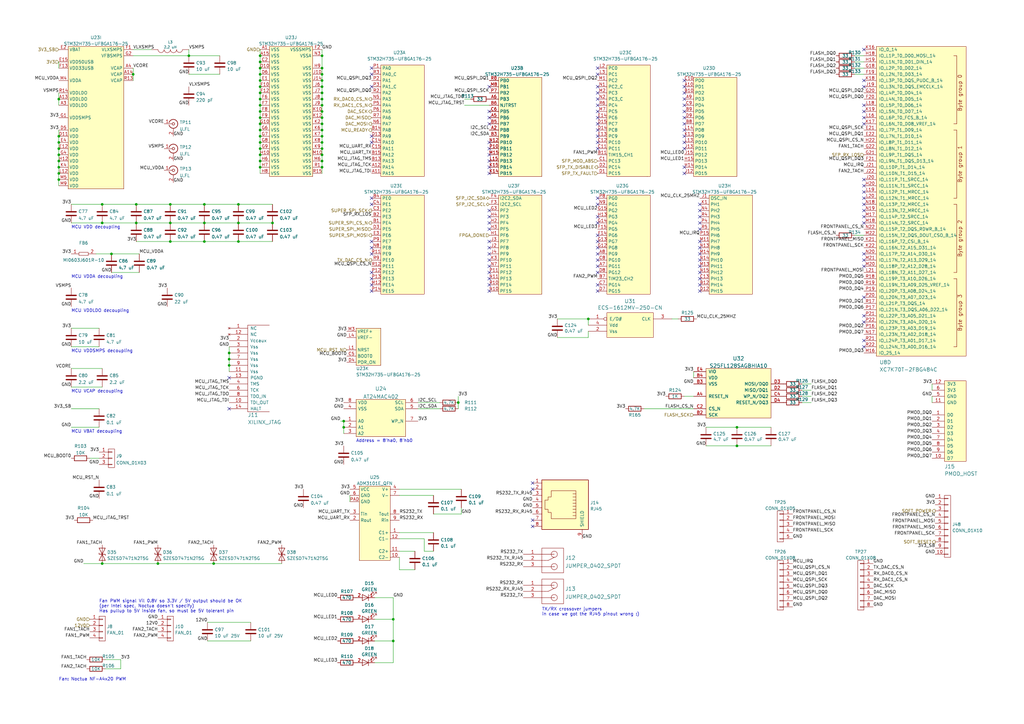
<source format=kicad_sch>
(kicad_sch (version 20211123) (generator eeschema)
  (paper "A3")
  (title_block (title "Trigger Crossbar") (date "2023-12-26") (rev "0.1") (company "Antikernel Labs") (comment 1 "Andrew D. Zonenberg"))
  (lib_symbols
    (symbol "conn:CONN_01X03" (pin_names (offset 1.016) hide)
      (property "Reference" "J" (at 0 5.08 0))
      (property "Value" "CONN_01X03" (at 2.54 0 90))
      (symbol "CONN_01X03_1_1"
        (pin passive line (at -5.08 2.54 0) (length 3.81) (name "P1") (number "1"))
        (pin passive line (at -5.08 0 0) (length 3.81) (name "P2") (number "2"))
        (pin passive line (at -5.08 -2.54 0) (length 3.81) (name "P3") (number "3"))
      )
    )
    (symbol "conn:CONN_01X04" (pin_names (offset 1.016) hide)
      (property "Reference" "J" (at 0 6.35 0))
      (property "Value" "CONN_01X04" (at 2.54 0 90))
      (symbol "CONN_01X04_1_1"
        (pin passive line (at -5.08 3.81 0) (length 3.81) (name "P1") (number "1"))
        (pin passive line (at -5.08 1.27 0) (length 3.81) (name "P2") (number "2"))
        (pin passive line (at -5.08 -1.27 0) (length 3.81) (name "P3") (number "3"))
        (pin passive line (at -5.08 -3.81 0) (length 3.81) (name "P4") (number "4"))
      )
    )
    (symbol "conn:CONN_01X05" (pin_names (offset 1.016) hide)
      (property "Reference" "J" (at 0 7.62 0))
      (property "Value" "CONN_01X05" (at 2.54 0 90))
      (symbol "CONN_01X05_1_1"
        (pin passive line (at -5.08 5.08 0) (length 3.81) (name "P1") (number "1"))
        (pin passive line (at -5.08 2.54 0) (length 3.81) (name "P2") (number "2"))
        (pin passive line (at -5.08 0 0) (length 3.81) (name "P3") (number "3"))
        (pin passive line (at -5.08 -2.54 0) (length 3.81) (name "P4") (number "4"))
        (pin passive line (at -5.08 -5.08 0) (length 3.81) (name "P5") (number "5"))
      )
    )
    (symbol "conn:CONN_01X08" (pin_names (offset 1.016) hide)
      (property "Reference" "J" (at 0 11.43 0))
      (property "Value" "CONN_01X08" (at 2.54 0 90))
      (symbol "CONN_01X08_1_1"
        (pin passive line (at -5.08 8.89 0) (length 3.81) (name "P1") (number "1"))
        (pin passive line (at -5.08 6.35 0) (length 3.81) (name "P2") (number "2"))
        (pin passive line (at -5.08 3.81 0) (length 3.81) (name "P3") (number "3"))
        (pin passive line (at -5.08 1.27 0) (length 3.81) (name "P4") (number "4"))
        (pin passive line (at -5.08 -1.27 0) (length 3.81) (name "P5") (number "5"))
        (pin passive line (at -5.08 -3.81 0) (length 3.81) (name "P6") (number "6"))
        (pin passive line (at -5.08 -6.35 0) (length 3.81) (name "P7") (number "7"))
        (pin passive line (at -5.08 -8.89 0) (length 3.81) (name "P8") (number "8"))
      )
    )
    (symbol "conn:CONN_01X10" (pin_names (offset 1.016) hide)
      (property "Reference" "J" (at 0 13.97 0))
      (property "Value" "CONN_01X10" (at 2.54 0 90))
      (symbol "CONN_01X10_1_1"
        (pin passive line (at -5.08 11.43 0) (length 3.81) (name "P1") (number "1"))
        (pin passive line (at -5.08 -11.43 0) (length 3.81) (name "P10") (number "10"))
        (pin passive line (at -5.08 8.89 0) (length 3.81) (name "P2") (number "2"))
        (pin passive line (at -5.08 6.35 0) (length 3.81) (name "P3") (number "3"))
        (pin passive line (at -5.08 3.81 0) (length 3.81) (name "P4") (number "4"))
        (pin passive line (at -5.08 1.27 0) (length 3.81) (name "P5") (number "5"))
        (pin passive line (at -5.08 -1.27 0) (length 3.81) (name "P6") (number "6"))
        (pin passive line (at -5.08 -3.81 0) (length 3.81) (name "P7") (number "7"))
        (pin passive line (at -5.08 -6.35 0) (length 3.81) (name "P8") (number "8"))
        (pin passive line (at -5.08 -8.89 0) (length 3.81) (name "P9") (number "9"))
      )
    )
    (symbol "conn:CONN_COAXIAL" (pin_names (offset 1.016) hide)
      (property "Reference" "J" (at 0.254 3.048 0))
      (property "Value" "CONN_COAXIAL" (at 2.921 0 90))
      (symbol "CONN_COAXIAL_1_1"
        (pin passive line (at -3.81 0 0) (length 2.54) (name "In") (number "1"))
        (pin passive line (at 0 -5.08 90) (length 2.54) (name "Ext") (number "2"))
      )
    )
    (symbol "conn:RJ45" (pin_names (offset 1.016))
      (property "Reference" "J" (at 5.08 12.7 0))
      (property "Value" "RJ45" (at -3.81 12.7 0))
      (symbol "RJ45_1_1"
        (pin passive line (at -8.89 -11.43 90) (length 3.81) (name "~") (number "1"))
        (pin passive line (at -6.35 -11.43 90) (length 3.81) (name "~") (number "2"))
        (pin passive line (at -3.81 -11.43 90) (length 3.81) (name "~") (number "3"))
        (pin passive line (at -1.27 -11.43 90) (length 3.81) (name "~") (number "4"))
        (pin passive line (at 1.27 -11.43 90) (length 3.81) (name "~") (number "5"))
        (pin passive line (at 3.81 -11.43 90) (length 3.81) (name "~") (number "6"))
        (pin passive line (at 6.35 -11.43 90) (length 3.81) (name "~") (number "7"))
        (pin passive line (at 8.89 -11.43 90) (length 3.81) (name "~") (number "8"))
        (pin passive line (at 13.97 8.89 180) (length 3.81) (name "SHIELD") (number "9"))
      )
    )
    (symbol "device:C" (pin_numbers hide) (pin_names (offset 0.254))
      (property "Reference" "C" (at 0.635 2.54 0))
      (property "Value" "C" (at 0.635 -2.54 0))
      (symbol "C_1_1"
        (pin passive line (at 0 3.81 270) (length 2.794) (name "~") (number "1"))
        (pin passive line (at 0 -3.81 90) (length 2.794) (name "~") (number "2"))
      )
    )
    (symbol "device:D_TVS" (pin_numbers hide) (pin_names (offset 1.016) hide)
      (property "Reference" "D" (at 0 2.54 0))
      (property "Value" "D_TVS" (at 0 -2.54 0))
      (symbol "D_TVS_1_1"
        (pin passive line (at -3.81 0 0) (length 2.54) (name "A1") (number "1"))
        (pin passive line (at 3.81 0 180) (length 2.54) (name "A2") (number "2"))
      )
    )
    (symbol "device:LED" (pin_names (offset 1.016) hide)
      (property "Reference" "D" (at 0 2.54 0))
      (property "Value" "LED" (at 0 -2.54 0))
      (symbol "LED_1_1"
        (pin passive line (at -3.81 0 0) (length 2.54) (name "K") (number "1"))
        (pin passive line (at 3.81 0 180) (length 2.54) (name "A") (number "2"))
      )
    )
    (symbol "device:R" (pin_numbers hide) (pin_names (offset 0))
      (property "Reference" "R" (at 2.032 0 90))
      (property "Value" "R" (at 0 0 90))
      (symbol "R_1_1"
        (pin passive line (at 0 3.81 270) (length 1.27) (name "~") (number "1"))
        (pin passive line (at 0 -3.81 90) (length 1.27) (name "~") (number "2"))
      )
    )
    (symbol "memory-azonenberg:24Cxx-DFN8" (pin_names (offset 0.762))
      (property "Reference" "U" (at 13.97 16.51 0))
      (property "Value" "24Cxx-DFN8" (at 17.78 -1.27 0))
      (symbol "24Cxx-DFN8_1_1"
        (pin input line (at -5.08 6.35 0) (length 5.08) (name "A0") (number "1"))
        (pin input line (at -5.08 3.81 0) (length 5.08) (name "A1") (number "2"))
        (pin input line (at -5.08 1.27 0) (length 5.08) (name "A2") (number "3"))
        (pin power_in line (at -5.08 11.43 0) (length 5.08) (name "VSS") (number "4"))
        (pin bidirectional line (at 25.4 11.43 180) (length 5.08) (name "SDA") (number "5"))
        (pin input line (at 25.4 13.97 180) (length 5.08) (name "SCL") (number "6"))
        (pin input line (at 25.4 6.35 180) (length 5.08) (name "WP_N") (number "7"))
        (pin power_in line (at -5.08 13.97 0) (length 5.08) (name "VDD") (number "8"))
      )
    )
    (symbol "memory-azonenberg:S25FLxxxS_BGA24_5x5_VIO" (pin_names (offset 1.016))
      (property "Reference" "U" (at 0 -1.27 0))
      (property "Value" "S25FLxxxS_BGA24_5x5_VIO" (at 0 -3.81 0))
      (symbol "S25FLxxxS_BGA24_5x5_VIO_1_1"
        (pin input line (at -5.08 8.89 0) (length 5.08) (name "RESET_N") (number "A4"))
        (pin input line (at -5.08 1.27 0) (length 5.08) (name "SCK") (number "B2"))
        (pin power_in line (at -5.08 13.97 0) (length 5.08) (name "VSS") (number "B3"))
        (pin power_in line (at -5.08 16.51 0) (length 5.08) (name "VDD") (number "B4"))
        (pin input line (at -5.08 3.81 0) (length 5.08) (name "CS_N") (number "C2"))
        (pin bidirectional line (at 31.75 8.89 180) (length 5.08) (name "WP_N/DQ2") (number "C4"))
        (pin bidirectional line (at 31.75 11.43 180) (length 5.08) (name "MISO/DQ1") (number "D2"))
        (pin bidirectional line (at 31.75 13.97 180) (length 5.08) (name "MOSI/DQ0") (number "D3"))
        (pin bidirectional line (at 31.75 6.35 180) (length 5.08) (name "RESET_N/DQ3") (number "D4"))
        (pin power_in line (at -5.08 19.05 0) (length 5.08) (name "VIO") (number "E4"))
      )
    )
    (symbol "osc-azonenberg:OSC" (pin_names (offset 1.016))
      (property "Reference" "U" (at 0 0 0))
      (property "Value" "OSC" (at 0 -2.54 0))
      (symbol "OSC_1_1"
        (pin input inverted (at -17.78 0 0) (length 7.62) (name "E/D#") (number "1"))
        (pin input line (at -17.78 -5.08 0) (length 7.62) (name "Vss") (number "2"))
        (pin output line (at 16.51 0 180) (length 7.62) (name "CLK") (number "3"))
        (pin power_in line (at -17.78 -2.54 0) (length 7.62) (name "Vdd") (number "4"))
      )
    )
    (symbol "passive-azonenberg:FERRITE_SMALL2" (pin_names (offset 1.016))
      (property "Reference" "FB" (at 0 2.54 0))
      (property "Value" "FERRITE_SMALL2" (at 0 -2.54 0))
      (symbol "FERRITE_SMALL2_1_1"
        (pin input line (at -5.08 0 0) (length 3.175) (name "~") (number "1"))
        (pin power_out line (at 5.08 0 180) (length 3.175) (name "~") (number "2"))
      )
    )
    (symbol "passive-azonenberg:INDUCTOR_PWROUT" (pin_numbers hide) (pin_names (offset 1.016) hide)
      (property "Reference" "L" (at -1.27 0 90))
      (property "Value" "INDUCTOR_PWROUT" (at 2.54 0 90))
      (symbol "INDUCTOR_PWROUT_1_1"
        (pin power_out line (at 0 7.62 270) (length 2.54) (name "1") (number "1"))
        (pin passive line (at 0 -7.62 90) (length 2.54) (name "2") (number "2"))
      )
    )
    (symbol "special-azonenberg:ADM3101E_QFN"
      (property "Reference" "U" (at 0 -1.27 0))
      (property "Value" "ADM3101E_QFN" (at 0 -3.81 0))
      (symbol "ADM3101E_QFN_1_1"
        (pin passive line (at 16.51 11.43 180) (length 3.81) (name "C1+") (number "1"))
        (pin passive line (at 16.51 1.27 180) (length 3.81) (name "C2-") (number "10"))
        (pin passive line (at 16.51 3.81 180) (length 3.81) (name "C2+") (number "11"))
        (pin passive line (at 16.51 8.89 180) (length 3.81) (name "C1-") (number "12"))
        (pin output line (at -3.81 16.51 0) (length 3.81) (name "Rout") (number "2"))
        (pin input line (at -3.81 19.05 0) (length 3.81) (name "Tin") (number "3"))
        (pin power_out line (at 16.51 29.21 180) (length 3.81) (name "V+") (number "4"))
        (pin power_in line (at -3.81 29.21 0) (length 3.81) (name "VCC") (number "5"))
        (pin power_in line (at -3.81 26.67 0) (length 3.81) (name "GND") (number "6"))
        (pin power_out line (at 16.51 26.67 180) (length 3.81) (name "V-") (number "7"))
        (pin output line (at 16.51 19.05 180) (length 3.81) (name "Tout") (number "8"))
        (pin input line (at 16.51 16.51 180) (length 3.81) (name "Rin") (number "9"))
        (pin power_in line (at -3.81 24.13 0) (length 3.81) (name "GND") (number "PAD"))
      )
    )
    (symbol "special-azonenberg:JUMPER_0402_SPDT" (pin_names (offset 1.016))
      (property "Reference" "J" (at 0 -1.27 0))
      (property "Value" "JUMPER_0402_SPDT" (at 0 -3.81 0))
      (symbol "JUMPER_0402_SPDT_1_1"
        (pin passive line (at 7.62 7.62 180) (length 7.62) (name "~") (number "1"))
        (pin passive line (at 7.62 5.08 180) (length 7.62) (name "~") (number "2"))
        (pin passive line (at 7.62 2.54 180) (length 7.62) (name "~") (number "3"))
      )
    )
    (symbol "special-azonenberg:PMOD_HOST" (pin_names (offset 1.016))
      (property "Reference" "J" (at 0 -1.27 0))
      (property "Value" "PMOD_HOST" (at 0 -3.81 0))
      (symbol "PMOD_HOST_1_1"
        (pin bidirectional line (at -5.08 19.05 0) (length 5.08) (name "D0") (number "1"))
        (pin bidirectional line (at -5.08 1.27 0) (length 5.08) (name "D7") (number "10"))
        (pin power_in line (at -5.08 24.13 0) (length 5.08) (name "GND") (number "11"))
        (pin power_in line (at -5.08 31.75 0) (length 5.08) (name "3V3") (number "12"))
        (pin bidirectional line (at -5.08 16.51 0) (length 5.08) (name "D1") (number "2"))
        (pin bidirectional line (at -5.08 13.97 0) (length 5.08) (name "D2") (number "3"))
        (pin bidirectional line (at -5.08 11.43 0) (length 5.08) (name "D3") (number "4"))
        (pin power_in line (at -5.08 26.67 0) (length 5.08) (name "GND") (number "5"))
        (pin power_in line (at -5.08 29.21 0) (length 5.08) (name "3V3") (number "6"))
        (pin bidirectional line (at -5.08 8.89 0) (length 5.08) (name "D4") (number "7"))
        (pin bidirectional line (at -5.08 6.35 0) (length 5.08) (name "D5") (number "8"))
        (pin bidirectional line (at -5.08 3.81 0) (length 5.08) (name "D6") (number "9"))
      )
    )
    (symbol "st-azonenberg:STM32H735-UFBGA176-25"
      (property "Reference" "U" (at 0 -1.27 0))
      (property "Value" "STM32H735-UFBGA176-25" (at 0 -3.81 0))
      (symbol "STM32H735-UFBGA176-25_1_1"
        (pin bidirectional line (at -3.81 1.27 0) (length 3.81) (name "PA15") (number "A11"))
        (pin bidirectional line (at -3.81 3.81 0) (length 3.81) (name "PA14") (number "A12"))
        (pin bidirectional line (at -3.81 6.35 0) (length 3.81) (name "PA13") (number "B13"))
        (pin bidirectional line (at -3.81 19.05 0) (length 3.81) (name "PA8") (number "B14"))
        (pin bidirectional line (at -3.81 8.89 0) (length 3.81) (name "PA12") (number "B15"))
        (pin bidirectional line (at -3.81 13.97 0) (length 3.81) (name "PA10") (number "C14"))
        (pin bidirectional line (at -3.81 11.43 0) (length 3.81) (name "PA11") (number "C15"))
        (pin bidirectional line (at -3.81 16.51 0) (length 3.81) (name "PA9") (number "D13"))
        (pin bidirectional line (at -3.81 31.75 0) (length 3.81) (name "PA3") (number "N5"))
        (pin bidirectional line (at -3.81 21.59 0) (length 3.81) (name "PA7") (number "N6"))
        (pin bidirectional line (at -3.81 44.45 0) (length 3.81) (name "PA0") (number "P1"))
        (pin bidirectional line (at -3.81 39.37 0) (length 3.81) (name "PA1") (number "P2"))
        (pin bidirectional line (at -3.81 36.83 0) (length 3.81) (name "PA1_C") (number "P3"))
        (pin bidirectional line (at -3.81 29.21 0) (length 3.81) (name "PA4") (number "P5"))
        (pin bidirectional line (at -3.81 26.67 0) (length 3.81) (name "PA5") (number "P6"))
        (pin bidirectional line (at -3.81 34.29 0) (length 3.81) (name "PA2") (number "R2") (alternate "TIM15_CH1" bidirectional line))
        (pin bidirectional line (at -3.81 41.91 0) (length 3.81) (name "PA0_C") (number "R3"))
        (pin bidirectional line (at -3.81 24.13 0) (length 3.81) (name "PA6") (number "R7"))
      )
      (symbol "STM32H735-UFBGA176-25_2_1"
        (pin bidirectional line (at -3.81 19.05 0) (length 3.81) (name "PB8") (number "A2"))
        (pin bidirectional line (at -3.81 24.13 0) (length 3.81) (name "PB6") (number "A5"))
        (pin bidirectional line (at -3.81 31.75 0) (length 3.81) (name "PB3") (number "A6"))
        (pin bidirectional line (at -3.81 16.51 0) (length 3.81) (name "PB9") (number "B3"))
        (pin bidirectional line (at -3.81 21.59 0) (length 3.81) (name "PB7") (number "B5"))
        (pin bidirectional line (at -3.81 29.21 0) (length 3.81) (name "PB4") (number "B6") (alternate "NJTRST" bidirectional line))
        (pin bidirectional line (at -3.81 26.67 0) (length 3.81) (name "PB5") (number "C6"))
        (pin bidirectional line (at -3.81 1.27 0) (length 3.81) (name "PB15") (number "K14"))
        (pin bidirectional line (at -3.81 3.81 0) (length 3.81) (name "PB14") (number "K15"))
        (pin bidirectional line (at -3.81 6.35 0) (length 3.81) (name "PB13") (number "L15"))
        (pin bidirectional line (at -3.81 8.89 0) (length 3.81) (name "PB12") (number "M15"))
        (pin bidirectional line (at -3.81 36.83 0) (length 3.81) (name "PB1") (number "M8"))
        (pin bidirectional line (at -3.81 13.97 0) (length 3.81) (name "PB10") (number "N12") (alternate "I2C2_SCL" output line))
        (pin bidirectional line (at -3.81 11.43 0) (length 3.81) (name "PB11") (number "P10") (alternate "I2C2_SDA" bidirectional line))
        (pin bidirectional line (at -3.81 34.29 0) (length 3.81) (name "PB2") (number "P7"))
        (pin bidirectional line (at -3.81 39.37 0) (length 3.81) (name "PB0") (number "R8"))
      )
      (symbol "STM32H735-UFBGA176-25_3_1"
        (pin bidirectional line (at -3.81 8.89 0) (length 3.81) (name "PC12") (number "B11") (alternate "TIM15_CH1" bidirectional line))
        (pin bidirectional line (at -3.81 6.35 0) (length 3.81) (name "PC13") (number "C1"))
        (pin bidirectional line (at -3.81 11.43 0) (length 3.81) (name "PC11") (number "C11"))
        (pin bidirectional line (at -3.81 13.97 0) (length 3.81) (name "PC10") (number "C12"))
        (pin bidirectional line (at -3.81 1.27 0) (length 3.81) (name "PC15") (number "D1"))
        (pin bidirectional line (at -3.81 19.05 0) (length 3.81) (name "PC8") (number "D14"))
        (pin bidirectional line (at -3.81 21.59 0) (length 3.81) (name "PC7") (number "D15"))
        (pin bidirectional line (at -3.81 3.81 0) (length 3.81) (name "PC14") (number "D2"))
        (pin bidirectional line (at -3.81 16.51 0) (length 3.81) (name "PC9") (number "E13"))
        (pin bidirectional line (at -3.81 24.13 0) (length 3.81) (name "PC6") (number "E14"))
        (pin bidirectional line (at -3.81 44.45 0) (length 3.81) (name "PC0") (number "L2"))
        (pin bidirectional line (at -3.81 41.91 0) (length 3.81) (name "PC1") (number "L3"))
        (pin bidirectional line (at -3.81 39.37 0) (length 3.81) (name "PC2") (number "M1"))
        (pin bidirectional line (at -3.81 34.29 0) (length 3.81) (name "PC3") (number "M2"))
        (pin bidirectional line (at -3.81 26.67 0) (length 3.81) (name "PC5") (number "M7"))
        (pin bidirectional line (at -3.81 36.83 0) (length 3.81) (name "PC2_C") (number "N1"))
        (pin bidirectional line (at -3.81 31.75 0) (length 3.81) (name "PC3_C") (number "N2"))
        (pin bidirectional line (at -3.81 29.21 0) (length 3.81) (name "PC4") (number "R6"))
      )
      (symbol "STM32H735-UFBGA176-25_4_1"
        (pin bidirectional line (at -3.81 36.83 0) (length 3.81) (name "PD1") (number "A10"))
        (pin bidirectional line (at -3.81 31.75 0) (length 3.81) (name "PD3") (number "A9"))
        (pin bidirectional line (at -3.81 34.29 0) (length 3.81) (name "PD2") (number "B10"))
        (pin bidirectional line (at -3.81 21.59 0) (length 3.81) (name "PD7") (number "B8"))
        (pin bidirectional line (at -3.81 26.67 0) (length 3.81) (name "PD5") (number "B9"))
        (pin bidirectional line (at -3.81 39.37 0) (length 3.81) (name "PD0") (number "C10"))
        (pin bidirectional line (at -3.81 29.21 0) (length 3.81) (name "PD4") (number "C9"))
        (pin bidirectional line (at -3.81 24.13 0) (length 3.81) (name "PD6") (number "D9"))
        (pin bidirectional line (at -3.81 3.81 0) (length 3.81) (name "PD14") (number "H14"))
        (pin bidirectional line (at -3.81 6.35 0) (length 3.81) (name "PD13") (number "H15"))
        (pin bidirectional line (at -3.81 1.27 0) (length 3.81) (name "PD15") (number "J12"))
        (pin bidirectional line (at -3.81 11.43 0) (length 3.81) (name "PD11") (number "J13"))
        (pin bidirectional line (at -3.81 8.89 0) (length 3.81) (name "PD12") (number "J15"))
        (pin bidirectional line (at -3.81 16.51 0) (length 3.81) (name "PD9") (number "K13"))
        (pin bidirectional line (at -3.81 13.97 0) (length 3.81) (name "PD10") (number "L13"))
        (pin bidirectional line (at -3.81 19.05 0) (length 3.81) (name "PD8") (number "L14"))
      )
      (symbol "STM32H735-UFBGA176-25_5_1"
        (pin bidirectional line (at -3.81 29.21 0) (length 3.81) (name "PE4") (number "B1"))
        (pin bidirectional line (at -3.81 31.75 0) (length 3.81) (name "PE3") (number "B2"))
        (pin bidirectional line (at -3.81 39.37 0) (length 3.81) (name "PE0") (number "B4"))
        (pin bidirectional line (at -3.81 34.29 0) (length 3.81) (name "PE2") (number "C3"))
        (pin bidirectional line (at -3.81 36.83 0) (length 3.81) (name "PE1") (number "C4"))
        (pin bidirectional line (at -3.81 26.67 0) (length 3.81) (name "PE5") (number "D3") (alternate "TIM15_CH1" bidirectional line))
        (pin bidirectional line (at -3.81 24.13 0) (length 3.81) (name "PE6") (number "E3"))
        (pin bidirectional line (at -3.81 3.81 0) (length 3.81) (name "PE14") (number "M12"))
        (pin bidirectional line (at -3.81 19.05 0) (length 3.81) (name "PE8") (number "N8"))
        (pin bidirectional line (at -3.81 8.89 0) (length 3.81) (name "PE12") (number "P12"))
        (pin bidirectional line (at -3.81 6.35 0) (length 3.81) (name "PE13") (number "P13"))
        (pin bidirectional line (at -3.81 1.27 0) (length 3.81) (name "PE15") (number "P14"))
        (pin bidirectional line (at -3.81 21.59 0) (length 3.81) (name "PE7") (number "P9"))
        (pin bidirectional line (at -3.81 16.51 0) (length 3.81) (name "PE9") (number "R11"))
        (pin bidirectional line (at -3.81 11.43 0) (length 3.81) (name "PE11") (number "R12"))
        (pin bidirectional line (at -3.81 13.97 0) (length 3.81) (name "PE10") (number "R9"))
      )
      (symbol "STM32H735-UFBGA176-25_6_1"
        (pin bidirectional line (at -3.81 36.83 0) (length 3.81) (name "PF1") (number "F3") (alternate "I2C2_SCL" output line) (alternate "TIM23_CH2" bidirectional line))
        (pin bidirectional line (at -3.81 39.37 0) (length 3.81) (name "PF0") (number "F4") (alternate "I2C2_SDA" bidirectional line))
        (pin bidirectional line (at -3.81 34.29 0) (length 3.81) (name "PF2") (number "G3"))
        (pin bidirectional line (at -3.81 24.13 0) (length 3.81) (name "PF6") (number "H1"))
        (pin bidirectional line (at -3.81 29.21 0) (length 3.81) (name "PF4") (number "H2"))
        (pin bidirectional line (at -3.81 26.67 0) (length 3.81) (name "PF5") (number "H3"))
        (pin bidirectional line (at -3.81 31.75 0) (length 3.81) (name "PF3") (number "H4"))
        (pin bidirectional line (at -3.81 19.05 0) (length 3.81) (name "PF8") (number "J2"))
        (pin bidirectional line (at -3.81 21.59 0) (length 3.81) (name "PF7") (number "J3") (alternate "TIM23_CH2" bidirectional line))
        (pin bidirectional line (at -3.81 16.51 0) (length 3.81) (name "PF9") (number "J4"))
        (pin bidirectional line (at -3.81 13.97 0) (length 3.81) (name "PF10") (number "K3"))
        (pin bidirectional line (at -3.81 1.27 0) (length 3.81) (name "PF15") (number "N10"))
        (pin bidirectional line (at -3.81 6.35 0) (length 3.81) (name "PF13") (number "N11"))
        (pin bidirectional line (at -3.81 11.43 0) (length 3.81) (name "PF11") (number "N7"))
        (pin bidirectional line (at -3.81 8.89 0) (length 3.81) (name "PF12") (number "P11"))
        (pin bidirectional line (at -3.81 3.81 0) (length 3.81) (name "PF14") (number "R10"))
      )
      (symbol "STM32H735-UFBGA176-25_7_1"
        (pin bidirectional line (at -3.81 11.43 0) (length 3.81) (name "PG11") (number "A7"))
        (pin bidirectional line (at -3.81 16.51 0) (length 3.81) (name "PG9") (number "A8"))
        (pin bidirectional line (at -3.81 6.35 0) (length 3.81) (name "PG13") (number "B7") (alternate "TIM23_CH2" bidirectional line))
        (pin bidirectional line (at -3.81 3.81 0) (length 3.81) (name "PG14") (number "C7"))
        (pin bidirectional line (at -3.81 13.97 0) (length 3.81) (name "PG10") (number "C8"))
        (pin bidirectional line (at -3.81 1.27 0) (length 3.81) (name "PG15") (number "D7"))
        (pin bidirectional line (at -3.81 8.89 0) (length 3.81) (name "PG12") (number "D8"))
        (pin bidirectional line (at -3.81 24.13 0) (length 3.81) (name "PG6") (number "F14"))
        (pin bidirectional line (at -3.81 26.67 0) (length 3.81) (name "PG5") (number "F15"))
        (pin bidirectional line (at -3.81 19.05 0) (length 3.81) (name "PG8") (number "G12"))
        (pin bidirectional line (at -3.81 21.59 0) (length 3.81) (name "PG7") (number "G13"))
        (pin bidirectional line (at -3.81 29.21 0) (length 3.81) (name "PG4") (number "G14"))
        (pin bidirectional line (at -3.81 34.29 0) (length 3.81) (name "PG2") (number "G15"))
        (pin bidirectional line (at -3.81 31.75 0) (length 3.81) (name "PG3") (number "H13"))
        (pin bidirectional line (at -3.81 36.83 0) (length 3.81) (name "PG1") (number "N9"))
        (pin bidirectional line (at -3.81 39.37 0) (length 3.81) (name "PG0") (number "P8"))
      )
      (symbol "STM32H735-UFBGA176-25_8_1"
        (pin bidirectional line (at -3.81 3.81 0) (length 3.81) (name "PH14") (number "B12"))
        (pin bidirectional line (at -3.81 6.35 0) (length 3.81) (name "PH13") (number "C13"))
        (pin bidirectional line (at -3.81 1.27 0) (length 3.81) (name "PH15") (number "D12"))
        (pin bidirectional line (at -3.81 39.37 0) (length 3.81) (name "PH0") (number "J1") (alternate "OSC_IN" input line))
        (pin bidirectional line (at -3.81 36.83 0) (length 3.81) (name "PH1") (number "K1"))
        (pin bidirectional line (at -3.81 21.59 0) (length 3.81) (name "PH7") (number "M11"))
        (pin bidirectional line (at -3.81 11.43 0) (length 3.81) (name "PH11") (number "M13"))
        (pin bidirectional line (at -3.81 16.51 0) (length 3.81) (name "PH9") (number "M14"))
        (pin bidirectional line (at -3.81 19.05 0) (length 3.81) (name "PH8") (number "N13"))
        (pin bidirectional line (at -3.81 13.97 0) (length 3.81) (name "PH10") (number "N14"))
        (pin bidirectional line (at -3.81 8.89 0) (length 3.81) (name "PH12") (number "N15"))
        (pin bidirectional line (at -3.81 34.29 0) (length 3.81) (name "PH2") (number "N4"))
        (pin bidirectional line (at -3.81 24.13 0) (length 3.81) (name "PH6") (number "P15"))
        (pin bidirectional line (at -3.81 29.21 0) (length 3.81) (name "PH4") (number "P4") (alternate "I2C2_SCL" output line))
        (pin bidirectional line (at -3.81 31.75 0) (length 3.81) (name "PH3") (number "R4"))
        (pin bidirectional line (at -3.81 26.67 0) (length 3.81) (name "PH5") (number "R5") (alternate "I2C2_SDA" bidirectional line))
      )
      (symbol "STM32H735-UFBGA176-25_9_1"
        (pin power_in line (at -3.81 36.83 0) (length 3.81) (name "VDDLDO") (number "A13"))
        (pin power_in line (at 26.67 46.99 180) (length 3.81) (name "VCAP") (number "A14"))
        (pin power_in line (at -3.81 34.29 0) (length 3.81) (name "VDDLDO") (number "A3"))
        (pin power_out line (at 26.67 49.53 180) (length 3.81) (name "VCAP") (number "A4"))
        (pin power_in line (at -3.81 21.59 0) (length 3.81) (name "VDD") (number "D11"))
        (pin power_in line (at -3.81 24.13 0) (length 3.81) (name "VDD") (number "D5"))
        (pin power_in line (at -3.81 16.51 0) (length 3.81) (name "VDD") (number "E12"))
        (pin power_in line (at -3.81 52.07 0) (length 3.81) (name "VDD50USB") (number "E15"))
        (pin power_in line (at -3.81 57.15 0) (length 3.81) (name "VBAT") (number "E2"))
        (pin power_in line (at -3.81 19.05 0) (length 3.81) (name "VDD") (number "E4"))
        (pin power_out line (at 26.67 57.15 180) (length 3.81) (name "VLXSMPS") (number "F1"))
        (pin power_in line (at -3.81 49.53 0) (length 3.81) (name "VDD33USB") (number "F13"))
        (pin power_in line (at -3.81 29.21 0) (length 3.81) (name "VDDSMPS") (number "G1"))
        (pin power_in line (at 26.67 54.61 180) (length 3.81) (name "VFBSMPS") (number "G2"))
        (pin power_in line (at -3.81 13.97 0) (length 3.81) (name "VDD") (number "G4"))
        (pin power_in line (at -3.81 11.43 0) (length 3.81) (name "VDD") (number "H12"))
        (pin power_in line (at -3.81 8.89 0) (length 3.81) (name "VDD") (number "K4"))
        (pin power_in line (at -3.81 6.35 0) (length 3.81) (name "VDD") (number "L12"))
        (pin power_in line (at -3.81 44.45 0) (length 3.81) (name "VDDA") (number "M4"))
        (pin power_in line (at -3.81 3.81 0) (length 3.81) (name "VDD") (number "M5"))
        (pin power_in line (at -3.81 1.27 0) (length 3.81) (name "VDD") (number "M9"))
        (pin power_in line (at 26.67 44.45 180) (length 3.81) (name "VCAP") (number "R13"))
        (pin power_in line (at -3.81 39.37 0) (length 3.81) (name "VDDLDO") (number "R14"))
      )
      (symbol "STM32H735-UFBGA176-25_10_1"
        (pin power_in line (at -3.81 52.07 0) (length 3.81) (name "VSS") (number "A1"))
        (pin power_in line (at -3.81 49.53 0) (length 3.81) (name "VSS") (number "A15"))
        (pin power_in line (at -3.81 46.99 0) (length 3.81) (name "VSS") (number "C2"))
        (pin power_in line (at -3.81 44.45 0) (length 3.81) (name "VSS") (number "D10"))
        (pin power_in line (at -3.81 41.91 0) (length 3.81) (name "VSS") (number "D6"))
        (pin power_in line (at -3.81 39.37 0) (length 3.81) (name "VSS") (number "E1"))
        (pin power_in line (at -3.81 36.83 0) (length 3.81) (name "VSS") (number "F10"))
        (pin power_in line (at -3.81 34.29 0) (length 3.81) (name "VSS") (number "F12"))
        (pin power_in line (at 21.59 52.07 180) (length 3.81) (name "VSSSMPS") (number "F2"))
        (pin power_in line (at -3.81 31.75 0) (length 3.81) (name "VSS") (number "F6"))
        (pin power_in line (at -3.81 29.21 0) (length 3.81) (name "VSS") (number "F7"))
        (pin power_in line (at -3.81 26.67 0) (length 3.81) (name "VSS") (number "F8"))
        (pin power_in line (at -3.81 24.13 0) (length 3.81) (name "VSS") (number "F9"))
        (pin power_in line (at -3.81 21.59 0) (length 3.81) (name "VSS") (number "G10"))
        (pin power_in line (at -3.81 19.05 0) (length 3.81) (name "VSS") (number "G6"))
        (pin power_in line (at -3.81 16.51 0) (length 3.81) (name "VSS") (number "G7"))
        (pin power_in line (at -3.81 13.97 0) (length 3.81) (name "VSS") (number "G8"))
        (pin power_in line (at -3.81 11.43 0) (length 3.81) (name "VSS") (number "G9"))
        (pin power_in line (at -3.81 8.89 0) (length 3.81) (name "VSS") (number "H10"))
        (pin power_in line (at -3.81 6.35 0) (length 3.81) (name "VSS") (number "H6"))
        (pin power_in line (at -3.81 3.81 0) (length 3.81) (name "VSS") (number "H7"))
        (pin power_in line (at -3.81 1.27 0) (length 3.81) (name "VSS") (number "H8"))
        (pin power_in line (at 21.59 44.45 180) (length 3.81) (name "VSS") (number "H9"))
        (pin power_in line (at 21.59 41.91 180) (length 3.81) (name "VSS") (number "J10"))
        (pin power_in line (at 21.59 39.37 180) (length 3.81) (name "VSS") (number "J14"))
        (pin power_in line (at 21.59 36.83 180) (length 3.81) (name "VSS") (number "J6"))
        (pin power_in line (at 21.59 34.29 180) (length 3.81) (name "VSS") (number "J7"))
        (pin power_in line (at 21.59 31.75 180) (length 3.81) (name "VSS") (number "J8"))
        (pin power_in line (at 21.59 29.21 180) (length 3.81) (name "VSS") (number "J9"))
        (pin power_in line (at 21.59 26.67 180) (length 3.81) (name "VSS") (number "K10"))
        (pin power_in line (at 21.59 24.13 180) (length 3.81) (name "VSS") (number "K12"))
        (pin power_in line (at 21.59 21.59 180) (length 3.81) (name "VSS") (number "K2"))
        (pin power_in line (at 21.59 19.05 180) (length 3.81) (name "VSS") (number "K6"))
        (pin power_in line (at 21.59 16.51 180) (length 3.81) (name "VSS") (number "K7"))
        (pin power_in line (at 21.59 13.97 180) (length 3.81) (name "VSS") (number "K8"))
        (pin power_in line (at 21.59 11.43 180) (length 3.81) (name "VSS") (number "K9"))
        (pin power_in line (at 21.59 8.89 180) (length 3.81) (name "VSS") (number "M10"))
        (pin power_in line (at 21.59 6.35 180) (length 3.81) (name "VSS") (number "M6"))
        (pin power_in line (at 21.59 49.53 180) (length 3.81) (name "VSSA") (number "N3"))
        (pin power_in line (at 21.59 3.81 180) (length 3.81) (name "VSS") (number "R1"))
        (pin power_in line (at 21.59 1.27 180) (length 3.81) (name "VSS") (number "R15"))
      )
      (symbol "STM32H735-UFBGA176-25_11_1"
        (pin input line (at -3.81 3.81 0) (length 3.81) (name "BOOT0") (number "C5"))
        (pin input line (at -3.81 1.27 0) (length 3.81) (name "PDR_ON") (number "D4"))
        (pin input line (at -3.81 6.35 0) (length 3.81) (name "NRST") (number "L1"))
        (pin input line (at -3.81 11.43 0) (length 3.81) (name "VREF-") (number "L4"))
        (pin input line (at -3.81 13.97 0) (length 3.81) (name "VREF+") (number "M3"))
      )
    )
    (symbol "xilinx-azonenberg:XC7KxT-FBG484" (pin_names (offset 1.016))
      (property "Reference" "U" (at 0 -2.54 0))
      (property "Value" "XC7KxT-FBG484" (at 27.94 -2.54 0))
      (symbol "XC7KxT-FBG484_1_1"
        (pin bidirectional line (at -5.08 22.86 0) (length 5.08) (name "CCLK") (number "G7"))
        (pin input line (at -5.08 2.54 0) (length 5.08) (name "M1") (number "H6"))
        (pin input line (at -5.08 5.08 0) (length 5.08) (name "M0") (number "H7"))
        (pin input line (at -5.08 0 0) (length 5.08) (name "M2") (number "J5"))
        (pin output line (at -5.08 33.02 0) (length 5.08) (name "TDO") (number "J6"))
        (pin input line (at -5.08 30.48 0) (length 5.08) (name "TDI") (number "K6"))
        (pin input line (at -5.08 35.56 0) (length 5.08) (name "TCK") (number "K7"))
        (pin power_in line (at -5.08 48.26 0) (length 5.08) (name "XADC_VREF_N") (number "L11"))
        (pin power_in line (at -5.08 58.42 0) (length 5.08) (name "XADC_VP") (number "L12"))
        (pin input line (at -5.08 27.94 0) (length 5.08) (name "TMS") (number "L6"))
        (pin bidirectional line (at -5.08 15.24 0) (length 5.08) (name "INIT_B") (number "L7"))
        (pin power_in line (at -5.08 55.88 0) (length 5.08) (name "XADC_VN") (number "M11"))
        (pin power_in line (at -5.08 50.8 0) (length 5.08) (name "XADC_VREF_P") (number "M12"))
        (pin input line (at -5.08 12.7 0) (length 5.08) (name "PROG_B") (number "M6"))
        (pin input line (at -5.08 7.62 0) (length 5.08) (name "CFGBVS") (number "M7"))
        (pin passive line (at -5.08 43.18 0) (length 5.08) (name "THERMAL_D_N") (number "N11"))
        (pin passive line (at -5.08 40.64 0) (length 5.08) (name "THERMAL_D_P") (number "N12"))
        (pin output line (at -5.08 17.78 0) (length 5.08) (name "DONE") (number "P6"))
      )
      (symbol "XC7KxT-FBG484_2_0"
        (text "1.0V" (at 15.24 93.98 900) (effects (font (size 1.524 1.524))))
        (text "1.2V" (at 15.24 59.69 900) (effects (font (size 1.524 1.524))))
        (text "1.5V" (at 15.24 21.59 0) (effects (font (size 1.524 1.524))))
        (text "1.8V" (at 15.24 38.1 900) (effects (font (size 1.524 1.524))))
      )
      (symbol "XC7KxT-FBG484_2_1"
        (pin power_in line (at 41.91 80.01 180) (length 5.08) (name "VCCO_15") (number "A17"))
        (pin power_in line (at -5.08 63.5 0) (length 5.08) (name "MGTAVTT") (number "A2"))
        (pin power_in line (at -5.08 76.2 0) (length 5.08) (name "MGTAVCC") (number "A6"))
        (pin power_in line (at 41.91 115.57 180) (length 5.08) (name "VCCO_13") (number "AA17"))
        (pin power_in line (at 41.91 49.53 180) (length 5.08) (name "VCCO_33") (number "AA7"))
        (pin power_in line (at 41.91 113.03 180) (length 5.08) (name "VCCO_13") (number "AB14"))
        (pin power_in line (at 41.91 31.75 180) (length 5.08) (name "VCCO_34") (number "AB4"))
        (pin power_in line (at 41.91 77.47 180) (length 5.08) (name "VCCO_15") (number "B14"))
        (pin power_in line (at 41.91 62.23 180) (length 5.08) (name "VCCO_16") (number "C11"))
        (pin power_in line (at -5.08 60.96 0) (length 5.08) (name "MGTAVTT") (number "C2"))
        (pin power_in line (at 41.91 74.93 180) (length 5.08) (name "VCCO_15") (number "C21"))
        (pin power_in line (at -5.08 73.66 0) (length 5.08) (name "MGTAVCC") (number "C6"))
        (pin power_in line (at 41.91 72.39 180) (length 5.08) (name "VCCO_15") (number "D18"))
        (pin power_in line (at 41.91 59.69 180) (length 5.08) (name "VCCO_16") (number "D8"))
        (pin power_in line (at 41.91 69.85 180) (length 5.08) (name "VCCO_15") (number "E15"))
        (pin power_in line (at -5.08 58.42 0) (length 5.08) (name "MGTAVTT") (number "E2"))
        (pin power_in line (at -5.08 71.12 0) (length 5.08) (name "MGTAVCC") (number "E6"))
        (pin power_in line (at 41.91 57.15 180) (length 5.08) (name "VCCO_16") (number "F12"))
        (pin power_in line (at 41.91 97.79 180) (length 5.08) (name "VCCO_14") (number "F22"))
        (pin power_in line (at 41.91 95.25 180) (length 5.08) (name "VCCO_14") (number "G19"))
        (pin power_in line (at -5.08 55.88 0) (length 5.08) (name "MGTAVTT") (number "G2"))
        (pin power_in line (at -5.08 68.58 0) (length 5.08) (name "MGTAVCC") (number "G6"))
        (pin power_in line (at 41.91 54.61 180) (length 5.08) (name "VCCO_16") (number "G9"))
        (pin power_in line (at 41.91 67.31 180) (length 5.08) (name "VCCO_15") (number "H16"))
        (pin power_in line (at -5.08 124.46 0) (length 5.08) (name "VCCINT") (number "J11"))
        (pin power_in line (at -5.08 121.92 0) (length 5.08) (name "VCCINT") (number "J13"))
        (pin power_in line (at -5.08 119.38 0) (length 5.08) (name "VCCINT") (number "J15"))
        (pin power_in line (at -5.08 25.4 0) (length 5.08) (name "MGTVCCAUX") (number "J4"))
        (pin power_in line (at 41.91 123.19 180) (length 5.08) (name "VCCO_0") (number "J7"))
        (pin power_in line (at -5.08 116.84 0) (length 5.08) (name "VCCINT") (number "J9"))
        (pin power_in line (at -5.08 50.8 0) (length 5.08) (name "VCCAUX") (number "K10"))
        (pin power_in line (at -5.08 30.48 0) (length 5.08) (name "VCCADC") (number "K12"))
        (pin power_in line (at -5.08 114.3 0) (length 5.08) (name "VCCINT") (number "K14"))
        (pin power_in line (at 41.91 92.71 180) (length 5.08) (name "VCCO_14") (number "K20"))
        (pin power_in line (at -5.08 111.76 0) (length 5.08) (name "VCCINT") (number "K8"))
        (pin power_in line (at -5.08 86.36 0) (length 5.08) (name "VCCBRAM") (number "L13"))
        (pin power_in line (at -5.08 109.22 0) (length 5.08) (name "VCCINT") (number "L15"))
        (pin power_in line (at 41.91 90.17 180) (length 5.08) (name "VCCO_14") (number "L17"))
        (pin power_in line (at -5.08 106.68 0) (length 5.08) (name "VCCINT") (number "L9"))
        (pin power_in line (at -5.08 48.26 0) (length 5.08) (name "VCCAUX") (number "M10"))
        (pin power_in line (at -5.08 104.14 0) (length 5.08) (name "VCCINT") (number "M14"))
        (pin power_in line (at 41.91 29.21 180) (length 5.08) (name "VCCO_34") (number "M4"))
        (pin power_in line (at -5.08 101.6 0) (length 5.08) (name "VCCINT") (number "M8"))
        (pin power_in line (at 41.91 26.67 180) (length 5.08) (name "VCCO_34") (number "N1"))
        (pin power_in line (at -5.08 83.82 0) (length 5.08) (name "VCCBRAM") (number "N13"))
        (pin power_in line (at -5.08 99.06 0) (length 5.08) (name "VCCINT") (number "N15"))
        (pin power_in line (at 41.91 87.63 180) (length 5.08) (name "VCCO_14") (number "N21"))
        (pin power_in line (at 41.91 120.65 180) (length 5.08) (name "VCCO_0") (number "N7"))
        (pin power_in line (at -5.08 96.52 0) (length 5.08) (name "VCCINT") (number "N9"))
        (pin power_in line (at -5.08 45.72 0) (length 5.08) (name "VCCAUX") (number "P10"))
        (pin power_in line (at -5.08 43.18 0) (length 5.08) (name "VCCAUX") (number "P12"))
        (pin power_in line (at -5.08 93.98 0) (length 5.08) (name "VCCINT") (number "P14"))
        (pin power_in line (at 41.91 85.09 180) (length 5.08) (name "VCCO_14") (number "P18"))
        (pin power_in line (at -5.08 21.59 0) (length 5.08) (name "VCCBATT") (number "P7"))
        (pin power_in line (at -5.08 40.64 0) (length 5.08) (name "VCCAUX") (number "P8"))
        (pin power_in line (at -5.08 38.1 0) (length 5.08) (name "VCCAUX") (number "R11"))
        (pin power_in line (at -5.08 81.28 0) (length 5.08) (name "VCCBRAM") (number "R13"))
        (pin power_in line (at -5.08 91.44 0) (length 5.08) (name "VCCINT") (number "R15"))
        (pin power_in line (at 41.91 24.13 180) (length 5.08) (name "VCCO_34") (number "R5"))
        (pin power_in line (at -5.08 35.56 0) (length 5.08) (name "VCCAUX") (number "R9"))
        (pin power_in line (at 41.91 46.99 180) (length 5.08) (name "VCCO_33") (number "T12"))
        (pin power_in line (at 41.91 21.59 180) (length 5.08) (name "VCCO_34") (number "T2"))
        (pin power_in line (at 41.91 110.49 180) (length 5.08) (name "VCCO_13") (number "T22"))
        (pin power_in line (at 41.91 107.95 180) (length 5.08) (name "VCCO_13") (number "U19"))
        (pin power_in line (at 41.91 44.45 180) (length 5.08) (name "VCCO_33") (number "U9"))
        (pin power_in line (at 41.91 105.41 180) (length 5.08) (name "VCCO_13") (number "V16"))
        (pin power_in line (at 41.91 41.91 180) (length 5.08) (name "VCCO_33") (number "V6"))
        (pin power_in line (at 41.91 39.37 180) (length 5.08) (name "VCCO_33") (number "W13"))
        (pin power_in line (at 41.91 19.05 180) (length 5.08) (name "VCCO_34") (number "W3"))
        (pin power_in line (at 41.91 36.83 180) (length 5.08) (name "VCCO_33") (number "Y10"))
        (pin power_in line (at 41.91 102.87 180) (length 5.08) (name "VCCO_13") (number "Y20"))
      )
      (symbol "XC7KxT-FBG484_3_0"
        (text "Byte group 0" (at 25.4 107.95 900) (effects (font (size 1.524 1.524))))
        (text "Byte group 1" (at 25.4 77.47 900) (effects (font (size 1.524 1.524))))
        (text "Byte group 2" (at 25.4 46.99 900) (effects (font (size 1.524 1.524))))
        (text "Byte group 3" (at 25.4 16.51 900) (effects (font (size 1.524 1.524))))
      )
      (symbol "XC7KxT-FBG484_3_1"
        (pin bidirectional line (at -5.08 35.56 0) (length 5.08) (name "IO_L18P_T2_13") (number "AA14"))
        (pin bidirectional line (at -5.08 33.02 0) (length 5.08) (name "IO_L18N_T2_13") (number "AA15"))
        (pin bidirectional line (at -5.08 40.64 0) (length 5.08) (name "IO_L17P_T2_13") (number "AA16"))
        (pin bidirectional line (at -5.08 50.8 0) (length 5.08) (name "IO_L15P_T2_DQS_13") (number "AA18"))
        (pin bidirectional line (at -5.08 76.2 0) (length 5.08) (name "IO_L10_PT1_13") (number "AA19"))
        (pin bidirectional line (at -5.08 86.36 0) (length 5.08) (name "IO_L8P_T1_13") (number "AA20"))
        (pin bidirectional line (at -5.08 81.28 0) (length 5.08) (name "IO_L9P_T1_DQS_13") (number "AA21"))
        (pin bidirectional line (at -5.08 45.72 0) (length 5.08) (name "IO_L16P_T2_13") (number "AB15"))
        (pin bidirectional line (at -5.08 43.18 0) (length 5.08) (name "IO_L16N_T2_13") (number "AB16"))
        (pin bidirectional line (at -5.08 38.1 0) (length 5.08) (name "IO_L17N_T2_13") (number "AB17"))
        (pin bidirectional line (at -5.08 48.26 0) (length 5.08) (name "IO_L15N_T2_DQS_13") (number "AB18"))
        (pin bidirectional line (at -5.08 73.66 0) (length 5.08) (name "IO_L10N_T1_13") (number "AB20"))
        (pin bidirectional line (at -5.08 83.82 0) (length 5.08) (name "IO_L8N_T1_13") (number "AB21"))
        (pin bidirectional line (at -5.08 78.74 0) (length 5.08) (name "IO_L9N_T1_DQS_13") (number "AB22"))
        (pin bidirectional line (at -5.08 25.4 0) (length 5.08) (name "IO_L20P_T3_13") (number "R16"))
        (pin bidirectional line (at -5.08 5.08 0) (length 5.08) (name "IO_L24P_T3_13") (number "T15"))
        (pin bidirectional line (at -5.08 22.86 0) (length 5.08) (name "IO_L20N_T3_13") (number "T16"))
        (pin bidirectional line (at -5.08 111.76 0) (length 5.08) (name "IO_L3P_T0_DQS_13") (number "T18"))
        (pin bidirectional line (at -5.08 124.46 0) (length 5.08) (name "IO_0_13") (number "T19"))
        (pin bidirectional line (at -5.08 96.52 0) (length 5.08) (name "IO_L6P_T0_13") (number "T20"))
        (pin bidirectional line (at -5.08 121.92 0) (length 5.08) (name "IO_L1P_T0_13") (number "T21"))
        (pin bidirectional line (at -5.08 2.54 0) (length 5.08) (name "IO_L24N_T3_13") (number "U15"))
        (pin bidirectional line (at -5.08 30.48 0) (length 5.08) (name "IO_L19P_T3_13") (number "U16"))
        (pin bidirectional line (at -5.08 101.6 0) (length 5.08) (name "IO_L5P_T0_13") (number "U17"))
        (pin bidirectional line (at -5.08 109.22 0) (length 5.08) (name "IO_L3N_T0_DQS_13") (number "U18"))
        (pin bidirectional line (at -5.08 93.98 0) (length 5.08) (name "IO_L6N_T0_VREF_13") (number "U20"))
        (pin bidirectional line (at -5.08 119.38 0) (length 5.08) (name "IO_L1N_T0_13") (number "U21"))
        (pin bidirectional line (at -5.08 116.84 0) (length 5.08) (name "IO_L2P_T0_13") (number "U22"))
        (pin bidirectional line (at -5.08 0 0) (length 5.08) (name "IO_25_13") (number "V14"))
        (pin bidirectional line (at -5.08 10.16 0) (length 5.08) (name "IO_L23P_T3_13") (number "V15"))
        (pin bidirectional line (at -5.08 27.94 0) (length 5.08) (name "IO_L19N_T3_VREF_13") (number "V17"))
        (pin bidirectional line (at -5.08 99.06 0) (length 5.08) (name "IO_L5N_T0_13") (number "V18"))
        (pin bidirectional line (at -5.08 66.04 0) (length 5.08) (name "IO_L12P_T1_MRCC_13") (number "V19"))
        (pin bidirectional line (at -5.08 71.12 0) (length 5.08) (name "IO_L11P_T1_SRCC_13") (number "V20"))
        (pin bidirectional line (at -5.08 114.3 0) (length 5.08) (name "IO_L2N_T0_13") (number "V22"))
        (pin bidirectional line (at -5.08 15.24 0) (length 5.08) (name "IO_L22P_T3_13") (number "W14"))
        (pin bidirectional line (at -5.08 7.62 0) (length 5.08) (name "IO_L23N_T3_13") (number "W15"))
        (pin bidirectional line (at -5.08 20.32 0) (length 5.08) (name "IO_L21P_T3_DQS_13") (number "W16"))
        (pin bidirectional line (at -5.08 55.88 0) (length 5.08) (name "IO_L14P_T2_SRCC_13") (number "W17"))
        (pin bidirectional line (at -5.08 63.5 0) (length 5.08) (name "IO_12N_T1_MRCC_13") (number "W19"))
        (pin bidirectional line (at -5.08 68.58 0) (length 5.08) (name "IO_L11N_T1_SRCC_13") (number "W20"))
        (pin bidirectional line (at -5.08 106.68 0) (length 5.08) (name "IO_L4P_T0_13") (number "W21"))
        (pin bidirectional line (at -5.08 104.14 0) (length 5.08) (name "IO_L4N_T0_13") (number "W22"))
        (pin bidirectional line (at -5.08 12.7 0) (length 5.08) (name "IO_L22N_T3_13") (number "Y14"))
        (pin bidirectional line (at -5.08 17.78 0) (length 5.08) (name "IO_L21N_T3_DQS_13") (number "Y16"))
        (pin bidirectional line (at -5.08 53.34 0) (length 5.08) (name "IO_L14N_T2_SRCC_13") (number "Y17"))
        (pin bidirectional line (at -5.08 60.96 0) (length 5.08) (name "IO_L13P_T2_MRCC_13") (number "Y18"))
        (pin bidirectional line (at -5.08 58.42 0) (length 5.08) (name "IO_L13N_T2_MRCC_13") (number "Y19"))
        (pin bidirectional line (at -5.08 91.44 0) (length 5.08) (name "IO_L7P_T1_13") (number "Y21"))
        (pin bidirectional line (at -5.08 88.9 0) (length 5.08) (name "IO_L7N_T1_13") (number "Y22"))
      )
      (symbol "XC7KxT-FBG484_4_0"
        (text "Byte group 0" (at 34.29 106.68 900) (effects (font (size 1.524 1.524))))
        (text "Byte group 1" (at 34.29 77.47 900) (effects (font (size 1.524 1.524))))
        (text "Byte group 2" (at 34.29 46.99 900) (effects (font (size 1.524 1.524))))
        (text "Byte group 3" (at 34.29 16.51 900) (effects (font (size 1.524 1.524))))
      )
      (symbol "XC7KxT-FBG484_4_1"
        (pin bidirectional line (at -5.08 91.44 0) (length 5.08) (name "IO_L7P_T1_D09_14") (number "E21"))
        (pin bidirectional line (at -5.08 88.9 0) (length 5.08) (name "IO_L7N_T1_D10_14") (number "E22"))
        (pin bidirectional line (at -5.08 114.3 0) (length 5.08) (name "IO_L2N_T0_D03_14") (number "F19"))
        (pin bidirectional line (at -5.08 104.14 0) (length 5.08) (name "IO_L4N_T0_D05_14") (number "F20"))
        (pin bidirectional line (at -5.08 78.74 0) (length 5.08) (name "IO_L9N_T1_DQS_D13_14") (number "F21"))
        (pin bidirectional line (at -5.08 116.84 0) (length 5.08) (name "IO_L2P_T0_D02_14") (number "G18"))
        (pin bidirectional line (at -5.08 106.68 0) (length 5.08) (name "IO_L4P_T0_D04_14") (number "G20"))
        (pin bidirectional line (at -5.08 81.28 0) (length 5.08) (name "IO_L9P_T1_DQS_14") (number "G21"))
        (pin bidirectional line (at -5.08 83.82 0) (length 5.08) (name "IO_L8N_T1_D12_14") (number "G22"))
        (pin bidirectional line (at -5.08 121.92 0) (length 5.08) (name "IO_L1P_T0_D00_MOSI_14") (number "H18"))
        (pin bidirectional line (at -5.08 119.38 0) (length 5.08) (name "IO_L1N_T0_D01_DIN_14") (number "H19"))
        (pin bidirectional line (at -5.08 68.58 0) (length 5.08) (name "IO_L11N_T1_SRCC_14") (number "H20"))
        (pin bidirectional line (at -5.08 86.36 0) (length 5.08) (name "IO_L8P_T1_D11_14") (number "H22"))
        (pin bidirectional line (at -5.08 109.22 0) (length 5.08) (name "IO_L3N_T0_DQS_EMCCLK_14") (number "J19"))
        (pin bidirectional line (at -5.08 71.12 0) (length 5.08) (name "IO_L11P_T1_SRCC_14") (number "J20"))
        (pin bidirectional line (at -5.08 76.2 0) (length 5.08) (name "IO_L10P_T1_D14_14") (number "J21"))
        (pin bidirectional line (at -5.08 73.66 0) (length 5.08) (name "IO_L10N_T1_D15_14") (number "J22"))
        (pin bidirectional line (at -5.08 124.46 0) (length 5.08) (name "IO_0_14") (number "K16"))
        (pin bidirectional line (at -5.08 93.98 0) (length 5.08) (name "IO_L6N_T0_D08_VREF_14") (number "K17"))
        (pin bidirectional line (at -5.08 111.76 0) (length 5.08) (name "IO_L3P_T0_DQS_PUDC_B_14") (number "K18"))
        (pin bidirectional line (at -5.08 99.06 0) (length 5.08) (name "IO_L5N_T0_D07_14") (number "K19"))
        (pin bidirectional line (at -5.08 45.72 0) (length 5.08) (name "IO_L16P_T2_CSI_B_14") (number "K21"))
        (pin bidirectional line (at -5.08 43.18 0) (length 5.08) (name "IO_L16N_T2_A15_D31_14") (number "K22"))
        (pin bidirectional line (at -5.08 96.52 0) (length 5.08) (name "IO_L6P_T0_FCS_B_14") (number "L16"))
        (pin bidirectional line (at -5.08 101.6 0) (length 5.08) (name "IO_L5P_T0_D06_14") (number "L18"))
        (pin bidirectional line (at -5.08 66.04 0) (length 5.08) (name "IO_L12P_T1_MRCC_14") (number "L19"))
        (pin bidirectional line (at -5.08 63.5 0) (length 5.08) (name "IO_L12N_T1_MRCC_14") (number "L20"))
        (pin bidirectional line (at -5.08 33.02 0) (length 5.08) (name "IO_L18N_T2_A11_D27_14") (number "L21"))
        (pin bidirectional line (at -5.08 0 0) (length 5.08) (name "IO_25_14") (number "M16"))
        (pin bidirectional line (at -5.08 55.88 0) (length 5.08) (name "IO_L14P_T2_SRCC_14") (number "M17"))
        (pin bidirectional line (at -5.08 53.34 0) (length 5.08) (name "IO_L14N_T2_SRCC_14") (number "M18"))
        (pin bidirectional line (at -5.08 35.56 0) (length 5.08) (name "IO_L18P_T2_A12_D28_14") (number "M20"))
        (pin bidirectional line (at -5.08 38.1 0) (length 5.08) (name "IO_L17N_T2_A13_D29_14") (number "M21"))
        (pin bidirectional line (at -5.08 48.26 0) (length 5.08) (name "IO_L15N_T2_DQS_DOUT_CSO_B_14") (number "M22"))
        (pin bidirectional line (at -5.08 7.62 0) (length 5.08) (name "IO_L23N_T3_A02_D18_14") (number "N17"))
        (pin bidirectional line (at -5.08 60.96 0) (length 5.08) (name "IO_L13P_T2_MRCC_14") (number "N18"))
        (pin bidirectional line (at -5.08 58.42 0) (length 5.08) (name "IO_L13N_T2_MRCC_14") (number "N19"))
        (pin bidirectional line (at -5.08 40.64 0) (length 5.08) (name "IO_L17P_T2_A14_D30_14") (number "N20"))
        (pin bidirectional line (at -5.08 50.8 0) (length 5.08) (name "IO_L15P_T2_DQS_RDWR_B_14") (number "N22"))
        (pin bidirectional line (at -5.08 10.16 0) (length 5.08) (name "IO_L23P_T3_A03_D19_14") (number "P16"))
        (pin bidirectional line (at -5.08 17.78 0) (length 5.08) (name "IO_L21N_T3_DQS_A06_D22_14") (number "P17"))
        (pin bidirectional line (at -5.08 25.4 0) (length 5.08) (name "IO_L20P_T3_A08_D24_14") (number "P19"))
        (pin bidirectional line (at -5.08 22.86 0) (length 5.08) (name "IO_L20N_T3_A07_D23_14") (number "P20"))
        (pin bidirectional line (at -5.08 15.24 0) (length 5.08) (name "IO_L22P_T3_A05_D21_14") (number "P21"))
        (pin bidirectional line (at -5.08 12.7 0) (length 5.08) (name "IO_L22N_T3_A04_D20_14") (number "P22"))
        (pin bidirectional line (at -5.08 20.32 0) (length 5.08) (name "IO_L21P_T3_DQS_14") (number "R17"))
        (pin bidirectional line (at -5.08 30.48 0) (length 5.08) (name "IO_L19P_T3_A10_D26_14") (number "R18"))
        (pin bidirectional line (at -5.08 27.94 0) (length 5.08) (name "IO_L19N_T3_A09_D25_VREF_14") (number "R19"))
        (pin bidirectional line (at -5.08 5.08 0) (length 5.08) (name "IO_L24P_T3_A01_D17_14") (number "R21"))
        (pin bidirectional line (at -5.08 2.54 0) (length 5.08) (name "IO_L24N_T3_A00_D16_14") (number "R22"))
      )
      (symbol "XC7KxT-FBG484_5_0"
        (text "Byte group 0" (at 31.75 106.68 900) (effects (font (size 1.524 1.524))))
        (text "Byte group 1" (at 31.75 76.2 900) (effects (font (size 1.524 1.524))))
        (text "Byte group 2" (at 31.75 45.72 900) (effects (font (size 1.524 1.524))))
        (text "Byte group 3" (at 31.75 15.24 900) (effects (font (size 1.524 1.524))))
      )
      (symbol "XC7KxT-FBG484_5_1"
        (pin bidirectional line (at -5.08 106.68 0) (length 5.08) (name "IO_L4P_T0_AD9P_15") (number "A13"))
        (pin bidirectional line (at -5.08 104.14 0) (length 5.08) (name "IO_L4N_T0_AD9N_15") (number "A14"))
        (pin bidirectional line (at -5.08 78.74 0) (length 5.08) (name "IO_L9N_T1_DQS_AD11N_15") (number "A15"))
        (pin bidirectional line (at -5.08 83.82 0) (length 5.08) (name "IO_L8N_T1_AD3N_15") (number "A16"))
        (pin bidirectional line (at -5.08 73.66 0) (length 5.08) (name "IO_L10N_T1_AD4N_15") (number "A18"))
        (pin bidirectional line (at -5.08 22.86 0) (length 5.08) (name "IO_L20N_T3_A19_15") (number "A19"))
        (pin bidirectional line (at -5.08 15.24 0) (length 5.08) (name "IO_L22P_T3_A17_15") (number "A20"))
        (pin bidirectional line (at -5.08 12.7 0) (length 5.08) (name "IO_L22N_T3_A16_15") (number "A21"))
        (pin bidirectional line (at -5.08 114.3 0) (length 5.08) (name "IO_L2N_T0_AD8N_15") (number "B12"))
        (pin bidirectional line (at -5.08 99.06 0) (length 5.08) (name "IO_L5N_T0_AD2N_15") (number "B13"))
        (pin bidirectional line (at -5.08 81.28 0) (length 5.08) (name "IO_L9P_T1_DQS_AD11P_15") (number "B15"))
        (pin bidirectional line (at -5.08 86.36 0) (length 5.08) (name "IO_L8P_T1_AD3P_15") (number "B16"))
        (pin bidirectional line (at -5.08 76.2 0) (length 5.08) (name "IO_L10P_T1_AD4P_15") (number "B17"))
        (pin bidirectional line (at -5.08 25.4 0) (length 5.08) (name "IO_L20P_T3_A20_15") (number "B18"))
        (pin bidirectional line (at -5.08 5.08 0) (length 5.08) (name "IO_L24P_T3_RS1_15") (number "B20"))
        (pin bidirectional line (at -5.08 2.54 0) (length 5.08) (name "IO_L24N_T3_RS0_15") (number "B21"))
        (pin bidirectional line (at -5.08 17.78 0) (length 5.08) (name "IO_L21N_T3_DQS_A18_15") (number "B22"))
        (pin bidirectional line (at -5.08 116.84 0) (length 5.08) (name "IO_L2P_T0_AD8P_15") (number "C12"))
        (pin bidirectional line (at -5.08 101.6 0) (length 5.08) (name "IO_L5P_T0_AD2P_15") (number "C13"))
        (pin bidirectional line (at -5.08 91.44 0) (length 5.08) (name "IO_L7P_T1_AD10P_15") (number "C14"))
        (pin bidirectional line (at -5.08 88.9 0) (length 5.08) (name "IO_L7N_T1_AD10N_15") (number "C15"))
        (pin bidirectional line (at -5.08 66.04 0) (length 5.08) (name "IO_L12P_T1_MRCC_AD5P_15") (number "C17"))
        (pin bidirectional line (at -5.08 63.5 0) (length 5.08) (name "IO_L12N_T1_MRCC_AD5N_15") (number "C18"))
        (pin bidirectional line (at -5.08 30.48 0) (length 5.08) (name "IO_L19P_T3_A22_15") (number "C19"))
        (pin bidirectional line (at -5.08 27.94 0) (length 5.08) (name "IO_L19N_T3_A21_VREF_15") (number "C20"))
        (pin bidirectional line (at -5.08 20.32 0) (length 5.08) (name "IO_L21P_T3_DQS_15") (number "C22"))
        (pin bidirectional line (at -5.08 124.46 0) (length 5.08) (name "IO_0_15") (number "D12"))
        (pin bidirectional line (at -5.08 93.98 0) (length 5.08) (name "IO_L6N_T0_VREF_15") (number "D14"))
        (pin bidirectional line (at -5.08 71.12 0) (length 5.08) (name "IO_L11P_T1_SRCC_AD12P_15") (number "D15"))
        (pin bidirectional line (at -5.08 68.58 0) (length 5.08) (name "IO_L11N_T1_SRCC_AD12N_15") (number "D16"))
        (pin bidirectional line (at -5.08 53.34 0) (length 5.08) (name "IO_L14N_T2_SRCC_15") (number "D17"))
        (pin bidirectional line (at -5.08 35.56 0) (length 5.08) (name "IO_L18P_T2_A24_15") (number "D19"))
        (pin bidirectional line (at -5.08 33.02 0) (length 5.08) (name "IO_L18N_T2_A23_15") (number "D20"))
        (pin bidirectional line (at -5.08 10.16 0) (length 5.08) (name "IO_L23P_T3_FOE_B_15") (number "D21"))
        (pin bidirectional line (at -5.08 7.62 0) (length 5.08) (name "IO_L23N_T3_FWE_B_15") (number "D22"))
        (pin bidirectional line (at -5.08 96.52 0) (length 5.08) (name "IO_L6P_T0_15") (number "E14"))
        (pin bidirectional line (at -5.08 55.88 0) (length 5.08) (name "IO_L14P_T2_SRCC_15") (number "E16"))
        (pin bidirectional line (at -5.08 60.96 0) (length 5.08) (name "IO_L13P_T2_MRCC_15") (number "E17"))
        (pin bidirectional line (at -5.08 58.42 0) (length 5.08) (name "IO_L13N_T2_MRCC_15") (number "E18"))
        (pin bidirectional line (at -5.08 38.1 0) (length 5.08) (name "IO_L17N_T2_A25_15") (number "E19"))
        (pin bidirectional line (at -5.08 111.76 0) (length 5.08) (name "IO_L3P_T0_DQS_AD1P_15") (number "F15"))
        (pin bidirectional line (at -5.08 109.22 0) (length 5.08) (name "IO_L3N_T0_DQS_AD1N_15") (number "F16"))
        (pin bidirectional line (at -5.08 40.64 0) (length 5.08) (name "IO_L17P_T2_A26_15") (number "F18"))
        (pin bidirectional line (at -5.08 121.92 0) (length 5.08) (name "IO_L1P_T0_AD0P_15") (number "G15"))
        (pin bidirectional line (at -5.08 119.38 0) (length 5.08) (name "IO_L1N_T0_AD0N_15") (number "G16"))
        (pin bidirectional line (at -5.08 48.26 0) (length 5.08) (name "IO_L15N_T2_DQS_ADV_B_15") (number "G17"))
        (pin bidirectional line (at -5.08 0 0) (length 5.08) (name "IO_25_15") (number "H15"))
        (pin bidirectional line (at -5.08 50.8 0) (length 5.08) (name "IO_L15P_T2_DQS_15") (number "H17"))
        (pin bidirectional line (at -5.08 45.72 0) (length 5.08) (name "IO_L16P_T2_A28_15") (number "J16"))
        (pin bidirectional line (at -5.08 43.18 0) (length 5.08) (name "IO_L16N_T2_A27_15") (number "J17"))
      )
      (symbol "XC7KxT-FBG484_6_0"
        (text "Byte group 1" (at 26.67 107.95 900) (effects (font (size 1.524 1.524))))
        (text "Byte group 2" (at 26.67 77.47 900) (effects (font (size 1.524 1.524))))
        (text "Byte group 3" (at 26.67 49.53 900) (effects (font (size 1.524 1.524))))
      )
      (symbol "XC7KxT-FBG484_6_1"
        (pin bidirectional line (at -5.08 40.64 0) (length 5.08) (name "IO_L23N_T3_16") (number "A10"))
        (pin bidirectional line (at -5.08 43.18 0) (length 5.08) (name "IO_L23P_T3_16") (number "A11"))
        (pin bidirectional line (at -5.08 50.8 0) (length 5.08) (name "IO_L21N_T3_DQS_16") (number "A8"))
        (pin bidirectional line (at -5.08 53.34 0) (length 5.08) (name "IO_L21P_T3_DQS_16") (number "A9"))
        (pin bidirectional line (at -5.08 55.88 0) (length 5.08) (name "IO_L20N_T3_16") (number "B10"))
        (pin bidirectional line (at -5.08 58.42 0) (length 5.08) (name "IO_L20P_T3_16") (number "B11"))
        (pin bidirectional line (at -5.08 45.72 0) (length 5.08) (name "IO_L22N_T3_16") (number "B8"))
        (pin bidirectional line (at -5.08 119.38 0) (length 5.08) (name "IO_L7N_T1_16") (number "C10"))
        (pin bidirectional line (at -5.08 48.26 0) (length 5.08) (name "IO_L22P_T3_16") (number "C8"))
        (pin bidirectional line (at -5.08 60.96 0) (length 5.08) (name "IO_L19N_T3_VREF_16") (number "C9"))
        (pin bidirectional line (at -5.08 121.92 0) (length 5.08) (name "IO_L7P_T1_16") (number "D10"))
        (pin bidirectional line (at -5.08 93.98 0) (length 5.08) (name "IO_L12N_T1_MRCC_16") (number "D11"))
        (pin bidirectional line (at -5.08 63.5 0) (length 5.08) (name "IO_L19P_T3_16") (number "D9"))
        (pin bidirectional line (at -5.08 96.52 0) (length 5.08) (name "IO_L12P_T1_MRCC_16") (number "E11"))
        (pin bidirectional line (at -5.08 104.14 0) (length 5.08) (name "IO_L10N_T1_16") (number "E12"))
        (pin bidirectional line (at -5.08 106.68 0) (length 5.08) (name "IO_L10P_T1_16") (number "E13"))
        (pin bidirectional line (at -5.08 38.1 0) (length 5.08) (name "IO_24_T3_16") (number "E8"))
        (pin bidirectional line (at -5.08 78.74 0) (length 5.08) (name "IO_L15N_T2_DQS_16") (number "E9"))
        (pin bidirectional line (at -5.08 99.06 0) (length 5.08) (name "IO_L11N_T1_SRCC_16") (number "F10"))
        (pin bidirectional line (at -5.08 101.6 0) (length 5.08) (name "IO_L11P_T1_SRCC_16") (number "F11"))
        (pin bidirectional line (at -5.08 114.3 0) (length 5.08) (name "IO_L8N_T1_16") (number "F13"))
        (pin bidirectional line (at -5.08 124.46 0) (length 5.08) (name "IO_6_T0_VREF_16") (number "F14"))
        (pin bidirectional line (at -5.08 68.58 0) (length 5.08) (name "IO_L17N_T2_16") (number "F8"))
        (pin bidirectional line (at -5.08 81.28 0) (length 5.08) (name "IO_L15P_T2_DQS_16") (number "F9"))
        (pin bidirectional line (at -5.08 88.9 0) (length 5.08) (name "IO_L13N_T2_MRCC_16") (number "G10"))
        (pin bidirectional line (at -5.08 91.44 0) (length 5.08) (name "IO_L13P_T2_MRCC_16") (number "G11"))
        (pin bidirectional line (at -5.08 83.82 0) (length 5.08) (name "IO_L14N_T2_SRCC_16") (number "G12"))
        (pin bidirectional line (at -5.08 116.84 0) (length 5.08) (name "IO_L8P_T1_16") (number "G13"))
        (pin bidirectional line (at -5.08 71.12 0) (length 5.08) (name "IO_L17P_T2_16") (number "G8"))
        (pin bidirectional line (at -5.08 66.04 0) (length 5.08) (name "IO_18_T2_16") (number "H10"))
        (pin bidirectional line (at -5.08 86.36 0) (length 5.08) (name "IO_L14P_T2_SRCC_16") (number "H12"))
        (pin bidirectional line (at -5.08 109.22 0) (length 5.08) (name "IO_L9N_T1_DQS_16") (number "H13"))
        (pin bidirectional line (at -5.08 111.76 0) (length 5.08) (name "IO_L9P_T1_DQS_16") (number "H14"))
        (pin bidirectional line (at -5.08 73.66 0) (length 5.08) (name "IO_L16N_T2_16") (number "H8"))
        (pin bidirectional line (at -5.08 76.2 0) (length 5.08) (name "IO_L16P_T2_16") (number "H9"))
      )
      (symbol "XC7KxT-FBG484_7_0"
        (text "Byte group 0" (at 25.4 106.68 900) (effects (font (size 1.524 1.524))))
        (text "Byte group 1" (at 25.4 77.47 900) (effects (font (size 1.524 1.524))))
        (text "Byte group 2" (at 25.4 45.72 900) (effects (font (size 1.524 1.524))))
        (text "Byte group 3" (at 25.4 16.51 900) (effects (font (size 1.524 1.524))))
      )
      (symbol "XC7KxT-FBG484_7_1"
        (pin bidirectional line (at -5.08 106.68 0) (length 5.08) (name "IO_L4P_T0_33") (number "AA10"))
        (pin bidirectional line (at -5.08 25.4 0) (length 5.08) (name "IO_L20P_T3_33") (number "AA11"))
        (pin bidirectional line (at -5.08 17.78 0) (length 5.08) (name "IO_L21N_T3_DQS_33") (number "AA13"))
        (pin bidirectional line (at -5.08 121.92 0) (length 5.08) (name "IO_L1P_T0_33") (number "AA5"))
        (pin bidirectional line (at -5.08 111.76 0) (length 5.08) (name "IO_L3P_T0_DQS_33") (number "AA6"))
        (pin bidirectional line (at -5.08 99.06 0) (length 5.08) (name "IO_L5N_T0_33") (number "AA8"))
        (pin bidirectional line (at -5.08 101.6 0) (length 5.08) (name "IO_L5P_T0_33") (number "AA9"))
        (pin bidirectional line (at -5.08 104.14 0) (length 5.08) (name "IO_L4N_T0_33") (number "AB10"))
        (pin bidirectional line (at -5.08 22.86 0) (length 5.08) (name "IO_L20N_T3_33") (number "AB11"))
        (pin bidirectional line (at -5.08 12.7 0) (length 5.08) (name "IO_L22N_T3_33") (number "AB12"))
        (pin bidirectional line (at -5.08 15.24 0) (length 5.08) (name "IO_L22P_T3_33") (number "AB13"))
        (pin bidirectional line (at -5.08 119.38 0) (length 5.08) (name "IO_L1N_T0_33") (number "AB5"))
        (pin bidirectional line (at -5.08 109.22 0) (length 5.08) (name "IO_L3N_T0_DQS_33") (number "AB6"))
        (pin bidirectional line (at -5.08 114.3 0) (length 5.08) (name "IO_L2N_T0_33") (number "AB7"))
        (pin bidirectional line (at -5.08 116.84 0) (length 5.08) (name "IO_L2P_T0_33") (number "AB8"))
        (pin bidirectional line (at -5.08 83.82 0) (length 5.08) (name "IO_L8N_T1_33") (number "R6"))
        (pin bidirectional line (at -5.08 86.36 0) (length 5.08) (name "IO_L8P_T1_33") (number "R7"))
        (pin bidirectional line (at -5.08 43.18 0) (length 5.08) (name "IO_L16N_T2_33") (number "T10"))
        (pin bidirectional line (at -5.08 45.72 0) (length 5.08) (name "IO_L16P_T2_33") (number "T11"))
        (pin bidirectional line (at -5.08 5.08 0) (length 5.08) (name "IO_L24P_T3_33") (number "T13"))
        (pin bidirectional line (at -5.08 0 0) (length 5.08) (name "IO_25_VRP_33") (number "T14"))
        (pin bidirectional line (at -5.08 124.46 0) (length 5.08) (name "IO_0_VRN_33") (number "T6"))
        (pin bidirectional line (at -5.08 33.02 0) (length 5.08) (name "IO_L18N_T2_33") (number "T8"))
        (pin bidirectional line (at -5.08 35.56 0) (length 5.08) (name "IO_L18P_T2_33") (number "T9"))
        (pin bidirectional line (at -5.08 55.88 0) (length 5.08) (name "IO_L14P_T2_SRCC_33") (number "U10"))
        (pin bidirectional line (at -5.08 38.1 0) (length 5.08) (name "IO_L17N_T2_33") (number "U11"))
        (pin bidirectional line (at -5.08 40.64 0) (length 5.08) (name "IO_L17P_T2_33") (number "U12"))
        (pin bidirectional line (at -5.08 2.54 0) (length 5.08) (name "IO_L24N_T3_33") (number "U13"))
        (pin bidirectional line (at -5.08 73.66 0) (length 5.08) (name "IO_L10N_T1_33") (number "U6"))
        (pin bidirectional line (at -5.08 76.2 0) (length 5.08) (name "IO_L10P_T1_33") (number "U7"))
        (pin bidirectional line (at -5.08 81.28 0) (length 5.08) (name "IO_L9P_T1_DQS_33") (number "U8"))
        (pin bidirectional line (at -5.08 50.8 0) (length 5.08) (name "IO_L15P_T2_DQS_33") (number "V10"))
        (pin bidirectional line (at -5.08 7.62 0) (length 5.08) (name "IO_L23N_T3_33") (number "V12"))
        (pin bidirectional line (at -5.08 10.16 0) (length 5.08) (name "IO_L23P_T3_33") (number "V13"))
        (pin bidirectional line (at -5.08 71.12 0) (length 5.08) (name "IO_L11P_T1_SRCC_33") (number "V7"))
        (pin bidirectional line (at -5.08 78.74 0) (length 5.08) (name "IO_L9N_T1_DQS_33") (number "V8"))
        (pin bidirectional line (at -5.08 53.34 0) (length 5.08) (name "IO_L14N_T2_SRCC_33") (number "V9"))
        (pin bidirectional line (at -5.08 48.26 0) (length 5.08) (name "IO_L15N_T2_DQS_33") (number "W10"))
        (pin bidirectional line (at -5.08 96.52 0) (length 5.08) (name "IO_L6P_T0_33") (number "W11"))
        (pin bidirectional line (at -5.08 30.48 0) (length 5.08) (name "IO_L19P_T3_33") (number "W12"))
        (pin bidirectional line (at -5.08 91.44 0) (length 5.08) (name "IO_L7P_T1_33") (number "W6"))
        (pin bidirectional line (at -5.08 68.58 0) (length 5.08) (name "IO_L11N_T1_SRCC_33") (number "W7"))
        (pin bidirectional line (at -5.08 60.96 0) (length 5.08) (name "IO_L13P_T2_MRCC_33") (number "W9"))
        (pin bidirectional line (at -5.08 93.98 0) (length 5.08) (name "IO_L6N_T0_VREF_33") (number "Y11"))
        (pin bidirectional line (at -5.08 27.94 0) (length 5.08) (name "IO_L19N_T3_VREF_33") (number "Y12"))
        (pin bidirectional line (at -5.08 20.32 0) (length 5.08) (name "IO_L21P_T3_DQS_33") (number "Y13"))
        (pin bidirectional line (at -5.08 88.9 0) (length 5.08) (name "IO_L7N_T1_33") (number "Y6"))
        (pin bidirectional line (at -5.08 63.5 0) (length 5.08) (name "IO_L12N_T1_MRCC_33") (number "Y7"))
        (pin bidirectional line (at -5.08 66.04 0) (length 5.08) (name "IO_L12P_T1_MRCC_33") (number "Y8"))
        (pin bidirectional line (at -5.08 58.42 0) (length 5.08) (name "IO_L13N_T2_MRCC_33") (number "Y9"))
      )
      (symbol "XC7KxT-FBG484_8_0"
        (text "Byte group 0" (at 24.13 106.68 900) (effects (font (size 1.524 1.524))))
        (text "Byte group 1" (at 24.13 76.2 900) (effects (font (size 1.524 1.524))))
        (text "Byte group 2" (at 24.13 45.72 900) (effects (font (size 1.524 1.524))))
        (text "Byte group 3" (at 24.13 15.24 900) (effects (font (size 1.524 1.524))))
      )
      (symbol "XC7KxT-FBG484_8_1"
        (pin bidirectional line (at -5.08 15.24 0) (length 5.08) (name "IO_L22P_T3_34") (number "AA1"))
        (pin bidirectional line (at -5.08 10.16 0) (length 5.08) (name "IO_L23P_T3_34") (number "AA3"))
        (pin bidirectional line (at -5.08 5.08 0) (length 5.08) (name "IO_L24P_T3_34") (number "AA4"))
        (pin bidirectional line (at -5.08 12.7 0) (length 5.08) (name "IO_L22P_T3_34") (number "AB1"))
        (pin bidirectional line (at -5.08 7.62 0) (length 5.08) (name "IO_L23N_T3_34") (number "AB2"))
        (pin bidirectional line (at -5.08 2.54 0) (length 5.08) (name "IO_L24N_T3_34") (number "AB3"))
        (pin bidirectional line (at -5.08 116.84 0) (length 5.08) (name "IO_L2P_T0_34") (number "K1"))
        (pin bidirectional line (at -5.08 104.14 0) (length 5.08) (name "IO_L4N_T0_34") (number "K2"))
        (pin bidirectional line (at -5.08 106.68 0) (length 5.08) (name "IO_L4P_T0_34") (number "K3"))
        (pin bidirectional line (at -5.08 124.46 0) (length 5.08) (name "IO_0_VRN_34") (number "K4"))
        (pin bidirectional line (at -5.08 114.3 0) (length 5.08) (name "IO_L2N_T0_34") (number "L1"))
        (pin bidirectional line (at -5.08 121.92 0) (length 5.08) (name "IO_L1P_T0_34") (number "L3"))
        (pin bidirectional line (at -5.08 93.98 0) (length 5.08) (name "IO_L6N_T0_VREF_34") (number "L4"))
        (pin bidirectional line (at -5.08 96.52 0) (length 5.08) (name "IO_L6P_T0_34") (number "L5"))
        (pin bidirectional line (at -5.08 109.22 0) (length 5.08) (name "IO_L3N_T0_DQS_34") (number "M1"))
        (pin bidirectional line (at -5.08 111.76 0) (length 5.08) (name "IO_L3P_T0_DQS_34") (number "M2"))
        (pin bidirectional line (at -5.08 119.38 0) (length 5.08) (name "IO_L1N_T0_34") (number "M3"))
        (pin bidirectional line (at -5.08 81.28 0) (length 5.08) (name "IO_L9P_T1_DQS_34") (number "M5"))
        (pin bidirectional line (at -5.08 99.06 0) (length 5.08) (name "IO_L5N_T0_34") (number "N2"))
        (pin bidirectional line (at -5.08 101.6 0) (length 5.08) (name "IO_L5P_T0_34") (number "N3"))
        (pin bidirectional line (at -5.08 78.74 0) (length 5.08) (name "IO_L9N_T1_DQS_34") (number "N4"))
        (pin bidirectional line (at -5.08 35.56 0) (length 5.08) (name "IO_L18P_T2_34") (number "N5"))
        (pin bidirectional line (at -5.08 86.36 0) (length 5.08) (name "IO_L8P_T1_34") (number "P1"))
        (pin bidirectional line (at -5.08 91.44 0) (length 5.08) (name "IO_L7P_T1_34") (number "P2"))
        (pin bidirectional line (at -5.08 71.12 0) (length 5.08) (name "IO_L11P_T1_SRCC_34") (number "P4"))
        (pin bidirectional line (at -5.08 33.02 0) (length 5.08) (name "IO_L18N_T2_34") (number "P5"))
        (pin bidirectional line (at -5.08 83.82 0) (length 5.08) (name "IO_L8N_T1_34") (number "R1"))
        (pin bidirectional line (at -5.08 88.9 0) (length 5.08) (name "IO_L7N_T1_34") (number "R2"))
        (pin bidirectional line (at -5.08 66.04 0) (length 5.08) (name "IO_L12P_T1_MRCC_34") (number "R3"))
        (pin bidirectional line (at -5.08 68.58 0) (length 5.08) (name "IO_L11N_T1_SRCC_34") (number "R4"))
        (pin bidirectional line (at -5.08 76.2 0) (length 5.08) (name "IO_L10P_T1_34") (number "T1"))
        (pin bidirectional line (at -5.08 63.5 0) (length 5.08) (name "IO_L12N_T1_MRCC_34") (number "T3"))
        (pin bidirectional line (at -5.08 60.96 0) (length 5.08) (name "IO_L13P_T2_MRCC_34") (number "T4"))
        (pin bidirectional line (at -5.08 45.72 0) (length 5.08) (name "IO_L16P_T2_34") (number "T5"))
        (pin bidirectional line (at -5.08 73.66 0) (length 5.08) (name "IO_L10N_T1_34") (number "U1"))
        (pin bidirectional line (at -5.08 50.8 0) (length 5.08) (name "IO_L15P_T2_DQS_34") (number "U2"))
        (pin bidirectional line (at -5.08 58.42 0) (length 5.08) (name "IO_L13N_T2_MRCC_34") (number "U3"))
        (pin bidirectional line (at -5.08 43.18 0) (length 5.08) (name "IO_L16N_T2_34") (number "U5"))
        (pin bidirectional line (at -5.08 48.26 0) (length 5.08) (name "IO_L15N_T2_DQS_34") (number "V2"))
        (pin bidirectional line (at -5.08 40.64 0) (length 5.08) (name "IO_L17P_T2_34") (number "V3"))
        (pin bidirectional line (at -5.08 55.88 0) (length 5.08) (name "IO_L14P_T2_SRCC_34") (number "V4"))
        (pin bidirectional line (at -5.08 0 0) (length 5.08) (name "IO_25_VRP_34") (number "V5"))
        (pin bidirectional line (at -5.08 25.4 0) (length 5.08) (name "IO_L20P_T3_34") (number "W1"))
        (pin bidirectional line (at -5.08 38.1 0) (length 5.08) (name "IO_L17N_T2_34") (number "W2"))
        (pin bidirectional line (at -5.08 53.34 0) (length 5.08) (name "IO_L14N_T2_SRCC_34") (number "W4"))
        (pin bidirectional line (at -5.08 30.48 0) (length 5.08) (name "IO_L19P_T3_34") (number "W5"))
        (pin bidirectional line (at -5.08 22.86 0) (length 5.08) (name "IO_L20N_T3_34") (number "Y1"))
        (pin bidirectional line (at -5.08 17.78 0) (length 5.08) (name "IO_L21N_T3_DQS_34") (number "Y2"))
        (pin bidirectional line (at -5.08 20.32 0) (length 5.08) (name "IO_L21P_T3_DQS_34") (number "Y3"))
        (pin bidirectional line (at -5.08 27.94 0) (length 5.08) (name "IO_L19N_T3_VREF_34") (number "Y4"))
      )
      (symbol "XC7KxT-FBG484_9_1"
        (pin output line (at -5.08 121.92 0) (length 5.08) (name "GTX_TX_3_N") (number "A3"))
        (pin output line (at -5.08 124.46 0) (length 5.08) (name "GTX_TX_3_P") (number "A4"))
        (pin output line (at -5.08 106.68 0) (length 5.08) (name "GTX_TX_2_N") (number "B1"))
        (pin output line (at -5.08 109.22 0) (length 5.08) (name "GTX_TX_2_P") (number "B2"))
        (pin input line (at -5.08 114.3 0) (length 5.08) (name "GTX_RX_3_N") (number "B5"))
        (pin input line (at -5.08 116.84 0) (length 5.08) (name "GTX_RX_3_P") (number "B6"))
        (pin input line (at -5.08 99.06 0) (length 5.08) (name "GTX_RX_2_N") (number "C3"))
        (pin input line (at -5.08 101.6 0) (length 5.08) (name "GTX_RX_2_P") (number "C4"))
        (pin output line (at -5.08 91.44 0) (length 5.08) (name "GTX_TX_1_N") (number "D1"))
        (pin output line (at -5.08 93.98 0) (length 5.08) (name "GTX_TX_1_P") (number "D2"))
        (pin input line (at -5.08 60.96 0) (length 5.08) (name "GTX_REFCLK_0_N") (number "D5"))
        (pin input line (at -5.08 63.5 0) (length 5.08) (name "GTX_REFCLK_0_P") (number "D6"))
        (pin input line (at -5.08 83.82 0) (length 5.08) (name "GTX_RX_1_N") (number "E3"))
        (pin input line (at -5.08 86.36 0) (length 5.08) (name "GTX_RX_1_P") (number "E4"))
        (pin output line (at -5.08 76.2 0) (length 5.08) (name "GTX_TX_0_N") (number "F1"))
        (pin output line (at -5.08 78.74 0) (length 5.08) (name "GTX_TX_0_P") (number "F2"))
        (pin input line (at -5.08 53.34 0) (length 5.08) (name "GTX_REFCLK_1_N") (number "F5"))
        (pin input line (at -5.08 55.88 0) (length 5.08) (name "GTX_REFCLK_1_P") (number "F6"))
        (pin input line (at -5.08 68.58 0) (length 5.08) (name "GTX_RX_0_N") (number "G3"))
        (pin input line (at -5.08 71.12 0) (length 5.08) (name "GTX_RX_0_P") (number "G4"))
        (pin input line (at -5.08 48.26 0) (length 5.08) (name "GTX_VTTRCAL") (number "H1"))
        (pin input line (at -5.08 43.18 0) (length 5.08) (name "GTX_RREF") (number "H2"))
      )
      (symbol "XC7KxT-FBG484_10_1"
        (pin power_in line (at -5.08 119.38 0) (length 5.08) (name "GND") (number "A1"))
        (pin power_in line (at -5.08 116.84 0) (length 5.08) (name "GND") (number "A12"))
        (pin power_in line (at -5.08 114.3 0) (length 5.08) (name "GND") (number "A22"))
        (pin power_in line (at -5.08 111.76 0) (length 5.08) (name "GND") (number "A5"))
        (pin power_in line (at -5.08 109.22 0) (length 5.08) (name "GND") (number "A7"))
        (pin power_in line (at -5.08 106.68 0) (length 5.08) (name "GND") (number "AA12"))
        (pin power_in line (at -5.08 104.14 0) (length 5.08) (name "GND") (number "AA2"))
        (pin power_in line (at -5.08 101.6 0) (length 5.08) (name "GND") (number "AA22"))
        (pin power_in line (at -5.08 99.06 0) (length 5.08) (name "GND") (number "AB19"))
        (pin power_in line (at -5.08 96.52 0) (length 5.08) (name "GND") (number "AB9"))
        (pin power_in line (at -5.08 93.98 0) (length 5.08) (name "GND") (number "B19"))
        (pin power_in line (at -5.08 91.44 0) (length 5.08) (name "GND") (number "B3"))
        (pin power_in line (at -5.08 88.9 0) (length 5.08) (name "GND") (number "B4"))
        (pin power_in line (at -5.08 86.36 0) (length 5.08) (name "GND") (number "B7"))
        (pin power_in line (at -5.08 83.82 0) (length 5.08) (name "GND") (number "B9"))
        (pin power_in line (at -5.08 81.28 0) (length 5.08) (name "GND") (number "C1"))
        (pin power_in line (at -5.08 78.74 0) (length 5.08) (name "GND") (number "C16"))
        (pin power_in line (at -5.08 76.2 0) (length 5.08) (name "GND") (number "C5"))
        (pin power_in line (at -5.08 73.66 0) (length 5.08) (name "GND") (number "C7"))
        (pin power_in line (at -5.08 71.12 0) (length 5.08) (name "GND") (number "D13"))
        (pin power_in line (at -5.08 68.58 0) (length 5.08) (name "GND") (number "D3"))
        (pin power_in line (at -5.08 66.04 0) (length 5.08) (name "GND") (number "D4"))
        (pin power_in line (at -5.08 63.5 0) (length 5.08) (name "GND") (number "D7"))
        (pin power_in line (at -5.08 60.96 0) (length 5.08) (name "GND") (number "E1"))
        (pin power_in line (at -5.08 58.42 0) (length 5.08) (name "GND") (number "E10"))
        (pin power_in line (at -5.08 55.88 0) (length 5.08) (name "GND") (number "E20"))
        (pin power_in line (at -5.08 53.34 0) (length 5.08) (name "GND") (number "E5"))
        (pin power_in line (at -5.08 50.8 0) (length 5.08) (name "GND") (number "E7"))
        (pin power_in line (at -5.08 48.26 0) (length 5.08) (name "GND") (number "F17"))
        (pin power_in line (at -5.08 45.72 0) (length 5.08) (name "GND") (number "F3"))
        (pin power_in line (at -5.08 43.18 0) (length 5.08) (name "GND") (number "F4"))
        (pin power_in line (at -5.08 40.64 0) (length 5.08) (name "GND") (number "F7"))
        (pin power_in line (at -5.08 38.1 0) (length 5.08) (name "GND") (number "G1"))
        (pin power_in line (at -5.08 35.56 0) (length 5.08) (name "GND") (number "G14"))
        (pin power_in line (at -5.08 33.02 0) (length 5.08) (name "GND") (number "G5"))
        (pin power_in line (at -5.08 30.48 0) (length 5.08) (name "GND") (number "H11"))
        (pin power_in line (at -5.08 27.94 0) (length 5.08) (name "GND") (number "H21"))
        (pin power_in line (at -5.08 25.4 0) (length 5.08) (name "GND") (number "H3"))
        (pin power_in line (at -5.08 22.86 0) (length 5.08) (name "GND") (number "H4"))
        (pin power_in line (at -5.08 20.32 0) (length 5.08) (name "GND") (number "H5"))
        (pin power_in line (at -5.08 17.78 0) (length 5.08) (name "GND") (number "J1"))
        (pin power_in line (at -5.08 15.24 0) (length 5.08) (name "GND") (number "J10"))
        (pin power_in line (at -5.08 12.7 0) (length 5.08) (name "GND") (number "J12"))
        (pin power_in line (at -5.08 10.16 0) (length 5.08) (name "GND") (number "J14"))
        (pin power_in line (at -5.08 7.62 0) (length 5.08) (name "GND") (number "J18"))
        (pin power_in line (at -5.08 5.08 0) (length 5.08) (name "GND") (number "J2"))
        (pin power_in line (at -5.08 2.54 0) (length 5.08) (name "GND") (number "J3"))
        (pin power_in line (at -5.08 0 0) (length 5.08) (name "GND") (number "J8"))
        (pin power_in line (at -5.08 124.46 0) (length 5.08) (name "GNDADC") (number "K11"))
        (pin power_in line (at 41.91 124.46 180) (length 5.08) (name "GND") (number "K13"))
        (pin power_in line (at 41.91 121.92 180) (length 5.08) (name "GND") (number "K15"))
        (pin power_in line (at 41.91 119.38 180) (length 5.08) (name "GND") (number "K5"))
        (pin power_in line (at 41.91 116.84 180) (length 5.08) (name "GND") (number "K9"))
        (pin power_in line (at 41.91 114.3 180) (length 5.08) (name "GND") (number "L10"))
        (pin power_in line (at 41.91 111.76 180) (length 5.08) (name "GND") (number "L14"))
        (pin power_in line (at 41.91 109.22 180) (length 5.08) (name "GND") (number "L2"))
        (pin power_in line (at 41.91 106.68 180) (length 5.08) (name "GND") (number "L22"))
        (pin power_in line (at 41.91 104.14 180) (length 5.08) (name "GND") (number "L8"))
        (pin power_in line (at 41.91 101.6 180) (length 5.08) (name "GND") (number "M13"))
        (pin power_in line (at 41.91 99.06 180) (length 5.08) (name "GND") (number "M15"))
        (pin power_in line (at 41.91 96.52 180) (length 5.08) (name "GND") (number "M19"))
        (pin power_in line (at 41.91 93.98 180) (length 5.08) (name "GND") (number "M9"))
        (pin power_in line (at 41.91 91.44 180) (length 5.08) (name "GND") (number "N10"))
        (pin power_in line (at 41.91 88.9 180) (length 5.08) (name "GND") (number "N14"))
        (pin power_in line (at 41.91 86.36 180) (length 5.08) (name "GND") (number "N16"))
        (pin power_in line (at 41.91 83.82 180) (length 5.08) (name "GND") (number "N6"))
        (pin power_in line (at 41.91 81.28 180) (length 5.08) (name "GND") (number "N8"))
        (pin power_in line (at 41.91 78.74 180) (length 5.08) (name "GND") (number "P11"))
        (pin power_in line (at 41.91 76.2 180) (length 5.08) (name "GND") (number "P13"))
        (pin power_in line (at 41.91 73.66 180) (length 5.08) (name "GND") (number "P15"))
        (pin power_in line (at 41.91 71.12 180) (length 5.08) (name "GND") (number "P3"))
        (pin power_in line (at 41.91 68.58 180) (length 5.08) (name "GND") (number "P9"))
        (pin power_in line (at 41.91 66.04 180) (length 5.08) (name "GND") (number "R10"))
        (pin power_in line (at 41.91 63.5 180) (length 5.08) (name "GND") (number "R12"))
        (pin power_in line (at 41.91 60.96 180) (length 5.08) (name "GND") (number "R14"))
        (pin power_in line (at 41.91 58.42 180) (length 5.08) (name "GND") (number "R20"))
        (pin power_in line (at 41.91 55.88 180) (length 5.08) (name "GND") (number "R8"))
        (pin power_in line (at 41.91 53.34 180) (length 5.08) (name "GND") (number "T17"))
        (pin power_in line (at 41.91 50.8 180) (length 5.08) (name "GND") (number "T7"))
        (pin power_in line (at 41.91 48.26 180) (length 5.08) (name "GND") (number "U14"))
        (pin power_in line (at 41.91 45.72 180) (length 5.08) (name "GND") (number "U4"))
        (pin power_in line (at 41.91 43.18 180) (length 5.08) (name "GND") (number "V1"))
        (pin power_in line (at 41.91 40.64 180) (length 5.08) (name "GND") (number "V11"))
        (pin power_in line (at 41.91 38.1 180) (length 5.08) (name "GND") (number "V21"))
        (pin power_in line (at 41.91 35.56 180) (length 5.08) (name "GND") (number "W18"))
        (pin power_in line (at 41.91 33.02 180) (length 5.08) (name "GND") (number "W8"))
        (pin power_in line (at 41.91 30.48 180) (length 5.08) (name "GND") (number "Y15"))
        (pin power_in line (at 41.91 27.94 180) (length 5.08) (name "GND") (number "Y5"))
      )
    )
    (symbol "xilinx-azonenberg:XILINX_JTAG" (pin_names (offset 1.016))
      (property "Reference" "J" (at 12.7 39.37 0))
      (property "Value" "XILINX_JTAG" (at 12.7 36.83 0))
      (symbol "XILINX_JTAG_1_1"
        (pin no_connect line (at 0 33.02 0) (length 7.62) (name "NC") (number "1"))
        (pin output line (at 0 2.54 0) (length 7.62) (name "TDI_OUT") (number "10"))
        (pin power_in line (at 0 15.24 0) (length 7.62) (name "Vss") (number "11"))
        (pin no_connect line (at 0 30.48 0) (length 7.62) (name "NC") (number "12"))
        (pin bidirectional line (at 0 12.7 0) (length 7.62) (name "PGND") (number "13"))
        (pin output line (at 0 0 0) (length 7.62) (name "HALT") (number "14"))
        (pin power_in line (at 0 27.94 0) (length 7.62) (name "Vccaux") (number "2"))
        (pin power_in line (at 0 25.4 0) (length 7.62) (name "Vss") (number "3"))
        (pin output line (at 0 10.16 0) (length 7.62) (name "TMS") (number "4"))
        (pin power_in line (at 0 22.86 0) (length 7.62) (name "Vss") (number "5"))
        (pin output line (at 0 7.62 0) (length 7.62) (name "TCK") (number "6"))
        (pin power_in line (at 0 20.32 0) (length 7.62) (name "Vss") (number "7"))
        (pin input line (at 0 5.08 0) (length 7.62) (name "TDO_IN") (number "8"))
        (pin power_in line (at 0 17.78 0) (length 7.62) (name "Vss") (number "9"))
      )
    )
  )
  (junction (at 106.68 55.88))
  (junction (at 106.68 66.04))
  (junction (at 241.3 130.81))
  (junction (at 161.29 262.89))
  (junction (at 64.77 231.14))
  (junction (at 132.08 40.64))
  (junction (at 132.08 50.8))
  (junction (at 106.68 50.8))
  (junction (at 106.68 63.5))
  (junction (at 132.08 22.86))
  (junction (at 24.13 55.88))
  (junction (at 132.08 48.26))
  (junction (at 54.61 30.48))
  (junction (at 106.68 38.1))
  (junction (at 83.82 99.06))
  (junction (at 24.13 58.42))
  (junction (at 41.91 231.14))
  (junction (at 140.97 172.72))
  (junction (at 24.13 63.5))
  (junction (at 132.08 66.04))
  (junction (at 77.47 22.86))
  (junction (at 187.96 165.1))
  (junction (at 93.98 149.86))
  (junction (at 106.68 43.18))
  (junction (at 106.68 45.72))
  (junction (at 132.08 60.96))
  (junction (at 24.13 71.12))
  (junction (at 55.88 91.44))
  (junction (at 132.08 27.94))
  (junction (at 69.85 99.06))
  (junction (at 83.82 83.82))
  (junction (at 106.68 60.96))
  (junction (at 106.68 35.56))
  (junction (at 97.79 91.44))
  (junction (at 140.97 175.26))
  (junction (at 24.13 68.58))
  (junction (at 132.08 68.58))
  (junction (at 132.08 43.18))
  (junction (at 106.68 22.86))
  (junction (at 41.91 83.82))
  (junction (at 106.68 30.48))
  (junction (at 24.13 40.64))
  (junction (at 106.68 33.02))
  (junction (at 132.08 35.56))
  (junction (at 93.98 147.32))
  (junction (at 24.13 60.96))
  (junction (at 24.13 73.66))
  (junction (at 106.68 48.26))
  (junction (at 106.68 27.94))
  (junction (at 106.68 40.64))
  (junction (at 132.08 33.02))
  (junction (at 106.68 53.34))
  (junction (at 132.08 58.42))
  (junction (at 111.76 91.44))
  (junction (at 69.85 83.82))
  (junction (at 132.08 55.88))
  (junction (at 69.85 91.44))
  (junction (at 161.29 254))
  (junction (at 132.08 30.48))
  (junction (at 93.98 144.78))
  (junction (at 97.79 83.82))
  (junction (at 302.26 175.26))
  (junction (at 41.91 91.44))
  (junction (at 106.68 25.4))
  (junction (at 132.08 45.72))
  (junction (at 106.68 68.58))
  (junction (at 132.08 38.1))
  (junction (at 83.82 91.44))
  (junction (at 55.88 83.82))
  (junction (at 87.63 231.14))
  (junction (at 24.13 66.04))
  (junction (at 97.79 99.06))
  (junction (at 302.26 182.88))
  (junction (at 45.72 104.14))
  (junction (at 132.08 63.5))
  (junction (at 106.68 58.42))
  (junction (at 132.08 53.34))
  (no_connect (at 354.33 86.36))
  (no_connect (at 152.4 116.84))
  (no_connect (at 287.02 88.9))
  (no_connect (at 200.66 35.56))
  (no_connect (at 245.11 48.26))
  (no_connect (at 287.02 93.98))
  (no_connect (at 152.4 83.82))
  (no_connect (at 245.11 106.68))
  (no_connect (at 287.02 109.22))
  (no_connect (at 245.11 109.22))
  (no_connect (at 354.33 88.9))
  (no_connect (at 287.02 106.68))
  (no_connect (at 245.11 104.14))
  (no_connect (at 280.67 58.42))
  (no_connect (at 287.02 83.82))
  (no_connect (at 200.66 99.06))
  (no_connect (at 218.44 198.12))
  (no_connect (at 245.11 88.9))
  (no_connect (at 354.33 73.66))
  (no_connect (at 280.67 48.26))
  (no_connect (at 245.11 60.96))
  (no_connect (at 287.02 91.44))
  (no_connect (at 354.33 81.28))
  (no_connect (at 280.67 71.12))
  (no_connect (at 200.66 119.38))
  (no_connect (at 200.66 91.44))
  (no_connect (at 218.44 215.9))
  (no_connect (at 245.11 38.1))
  (no_connect (at 93.98 167.64))
  (no_connect (at 245.11 53.34))
  (no_connect (at 354.33 35.56))
  (no_connect (at 354.33 78.74))
  (no_connect (at 200.66 106.68))
  (no_connect (at 152.4 99.06))
  (no_connect (at 280.67 40.64))
  (no_connect (at 245.11 116.84))
  (no_connect (at 152.4 27.94))
  (no_connect (at 245.11 111.76))
  (no_connect (at 280.67 43.18))
  (no_connect (at 200.66 66.04))
  (no_connect (at 287.02 119.38))
  (no_connect (at 200.66 60.96))
  (no_connect (at 280.67 60.96))
  (no_connect (at 200.66 63.5))
  (no_connect (at 245.11 27.94))
  (no_connect (at 245.11 45.72))
  (no_connect (at 245.11 119.38))
  (no_connect (at 354.33 109.22))
  (no_connect (at 152.4 111.76))
  (no_connect (at 287.02 104.14))
  (no_connect (at 354.33 83.82))
  (no_connect (at 200.66 88.9))
  (no_connect (at 152.4 101.6))
  (no_connect (at 287.02 86.36))
  (no_connect (at 354.33 121.92))
  (no_connect (at 152.4 30.48))
  (no_connect (at 200.66 50.8))
  (no_connect (at 245.11 58.42))
  (no_connect (at 354.33 104.14))
  (no_connect (at 200.66 68.58))
  (no_connect (at 245.11 81.28))
  (no_connect (at 354.33 91.44))
  (no_connect (at 200.66 116.84))
  (no_connect (at 354.33 139.7))
  (no_connect (at 200.66 111.76))
  (no_connect (at 280.67 50.8))
  (no_connect (at 152.4 55.88))
  (no_connect (at 245.11 55.88))
  (no_connect (at 200.66 93.98))
  (no_connect (at 245.11 35.56))
  (no_connect (at 93.98 154.94))
  (no_connect (at 200.66 109.22))
  (no_connect (at 200.66 86.36))
  (no_connect (at 354.33 48.26))
  (no_connect (at 200.66 58.42))
  (no_connect (at 152.4 58.42))
  (no_connect (at 245.11 101.6))
  (no_connect (at 354.33 45.72))
  (no_connect (at 200.66 104.14))
  (no_connect (at 245.11 83.82))
  (no_connect (at 245.11 30.48))
  (no_connect (at 287.02 99.06))
  (no_connect (at 280.67 38.1))
  (no_connect (at 354.33 132.08))
  (no_connect (at 354.33 106.68))
  (no_connect (at 245.11 40.64))
  (no_connect (at 245.11 99.06))
  (no_connect (at 280.67 35.56))
  (no_connect (at 200.66 101.6))
  (no_connect (at 354.33 20.32))
  (no_connect (at 287.02 101.6))
  (no_connect (at 245.11 91.44))
  (no_connect (at 152.4 81.28))
  (no_connect (at 152.4 35.56))
  (no_connect (at 354.33 129.54))
  (no_connect (at 200.66 48.26))
  (no_connect (at 152.4 119.38))
  (no_connect (at 200.66 114.3))
  (no_connect (at 200.66 45.72))
  (no_connect (at 354.33 33.02))
  (no_connect (at 280.67 45.72))
  (no_connect (at 152.4 104.14))
  (no_connect (at 287.02 111.76))
  (no_connect (at 245.11 43.18))
  (no_connect (at 354.33 142.24))
  (no_connect (at 218.44 200.66))
  (no_connect (at 280.67 68.58))
  (no_connect (at 200.66 71.12))
  (no_connect (at 354.33 43.18))
  (no_connect (at 280.67 55.88))
  (no_connect (at 218.44 213.36))
  (no_connect (at 280.67 53.34))
  (no_connect (at 280.67 33.02))
  (no_connect (at 354.33 76.2))
  (no_connect (at 287.02 116.84))
  (no_connect (at 287.02 114.3))
  (no_connect (at 354.33 50.8))
  (no_connect (at 245.11 96.52))
  (no_connect (at 245.11 50.8))
  (no_connect (at 152.4 114.3))
  (wire (pts (xy 163.83 218.44) (xy 177.8 218.44)))
  (wire (pts (xy 132.08 30.48) (xy 132.08 33.02)))
  (wire (pts (xy 106.68 50.8) (xy 106.68 53.34)))
  (wire (pts (xy 24.13 40.64) (xy 24.13 43.18)))
  (wire (pts (xy 328.93 160.02) (xy 332.74 160.02)))
  (wire (pts (xy 350.52 25.4) (xy 354.33 25.4)))
  (wire (pts (xy 54.61 30.48) (xy 54.61 33.02)))
  (wire (pts (xy 161.29 254) (xy 161.29 262.89)))
  (wire (pts (xy 29.21 142.24) (xy 40.64 142.24)))
  (wire (pts (xy 132.08 38.1) (xy 132.08 40.64)))
  (wire (pts (xy 132.08 33.02) (xy 132.08 35.56)))
  (wire (pts (xy 45.72 111.76) (xy 57.15 111.76)))
  (wire (pts (xy 43.18 274.32) (xy 49.53 274.32)))
  (wire (pts (xy 77.47 22.86) (xy 90.17 22.86)))
  (wire (pts (xy 69.85 99.06) (xy 83.82 99.06)))
  (wire (pts (xy 34.29 231.14) (xy 41.91 231.14)))
  (wire (pts (xy 54.61 20.32) (xy 62.23 20.32)))
  (wire (pts (xy 106.68 53.34) (xy 106.68 55.88)))
  (wire (pts (xy 55.88 83.82) (xy 69.85 83.82)))
  (wire (pts (xy 106.68 43.18) (xy 106.68 45.72)))
  (wire (pts (xy 132.08 66.04) (xy 132.08 68.58)))
  (wire (pts (xy 187.96 162.56) (xy 187.96 165.1)))
  (wire (pts (xy 264.16 167.64) (xy 284.48 167.64)))
  (wire (pts (xy 153.67 245.11) (xy 161.29 245.11)))
  (wire (pts (xy 171.45 167.64) (xy 180.34 167.64)))
  (wire (pts (xy 163.83 228.6) (xy 163.83 233.68)))
  (wire (pts (xy 139.7 172.72) (xy 140.97 172.72)))
  (wire (pts (xy 143.51 203.2) (xy 143.51 205.74)))
  (wire (pts (xy 132.08 48.26) (xy 132.08 50.8)))
  (wire (pts (xy 163.83 203.2) (xy 177.8 203.2)))
  (wire (pts (xy 350.52 96.52) (xy 354.33 96.52)))
  (wire (pts (xy 132.08 53.34) (xy 132.08 55.88)))
  (wire (pts (xy 106.68 33.02) (xy 106.68 35.56)))
  (wire (pts (xy 97.79 91.44) (xy 111.76 91.44)))
  (wire (pts (xy 132.08 50.8) (xy 132.08 53.34)))
  (wire (pts (xy 382.27 162.56) (xy 382.27 165.1)))
  (wire (pts (xy 24.13 71.12) (xy 24.13 73.66)))
  (wire (pts (xy 41.91 91.44) (xy 55.88 91.44)))
  (wire (pts (xy 54.61 27.94) (xy 54.61 30.48)))
  (wire (pts (xy 132.08 63.5) (xy 132.08 66.04)))
  (wire (pts (xy 153.67 254) (xy 161.29 254)))
  (wire (pts (xy 24.13 60.96) (xy 24.13 63.5)))
  (wire (pts (xy 41.91 231.14) (xy 64.77 231.14)))
  (wire (pts (xy 29.21 134.62) (xy 40.64 134.62)))
  (wire (pts (xy 140.97 172.72) (xy 140.97 175.26)))
  (wire (pts (xy 302.26 182.88) (xy 316.23 182.88)))
  (wire (pts (xy 350.52 22.86) (xy 354.33 22.86)))
  (wire (pts (xy 43.18 270.51) (xy 49.53 270.51)))
  (wire (pts (xy 163.83 220.98) (xy 173.99 220.98)))
  (wire (pts (xy 85.09 255.27) (xy 102.87 255.27)))
  (wire (pts (xy 132.08 55.88) (xy 132.08 58.42)))
  (wire (pts (xy 132.08 27.94) (xy 132.08 30.48)))
  (wire (pts (xy 106.68 40.64) (xy 106.68 43.18)))
  (wire (pts (xy 36.83 187.96) (xy 40.64 187.96)))
  (wire (pts (xy 163.83 200.66) (xy 189.23 200.66)))
  (wire (pts (xy 163.83 226.06) (xy 170.18 226.06)))
  (wire (pts (xy 29.21 167.64) (xy 40.64 167.64)))
  (wire (pts (xy 132.08 40.64) (xy 132.08 43.18)))
  (wire (pts (xy 132.08 22.86) (xy 132.08 27.94)))
  (wire (pts (xy 97.79 83.82) (xy 111.76 83.82)))
  (wire (pts (xy 83.82 99.06) (xy 97.79 99.06)))
  (wire (pts (xy 161.29 262.89) (xy 161.29 271.78)))
  (wire (pts (xy 278.13 130.81) (xy 275.59 130.81)))
  (wire (pts (xy 228.6 130.81) (xy 241.3 130.81)))
  (wire (pts (xy 132.08 35.56) (xy 132.08 38.1)))
  (wire (pts (xy 132.08 45.72) (xy 132.08 48.26)))
  (wire (pts (xy 302.26 175.26) (xy 316.23 175.26)))
  (wire (pts (xy 24.13 63.5) (xy 24.13 66.04)))
  (wire (pts (xy 382.27 157.48) (xy 382.27 160.02)))
  (wire (pts (xy 187.96 165.1) (xy 187.96 167.64)))
  (wire (pts (xy 350.52 30.48) (xy 354.33 30.48)))
  (wire (pts (xy 189.23 208.28) (xy 189.23 210.82)))
  (wire (pts (xy 85.09 262.89) (xy 102.87 262.89)))
  (wire (pts (xy 228.6 138.43) (xy 241.3 138.43)))
  (wire (pts (xy 106.68 45.72) (xy 106.68 48.26)))
  (wire (pts (xy 189.23 210.82) (xy 177.8 210.82)))
  (wire (pts (xy 328.93 165.1) (xy 332.74 165.1)))
  (wire (pts (xy 280.67 162.56) (xy 284.48 162.56)))
  (wire (pts (xy 289.56 182.88) (xy 302.26 182.88)))
  (wire (pts (xy 83.82 91.44) (xy 97.79 91.44)))
  (wire (pts (xy 49.53 274.32) (xy 49.53 270.51)))
  (wire (pts (xy 153.67 262.89) (xy 161.29 262.89)))
  (wire (pts (xy 24.13 66.04) (xy 24.13 68.58)))
  (wire (pts (xy 241.3 138.43) (xy 241.3 135.89)))
  (wire (pts (xy 106.68 30.48) (xy 106.68 33.02)))
  (wire (pts (xy 77.47 22.86) (xy 77.47 20.32)))
  (wire (pts (xy 24.13 53.34) (xy 24.13 55.88)))
  (wire (pts (xy 106.68 38.1) (xy 106.68 40.64)))
  (wire (pts (xy 93.98 147.32) (xy 93.98 149.86)))
  (wire (pts (xy 83.82 83.82) (xy 97.79 83.82)))
  (wire (pts (xy 29.21 151.13) (xy 41.91 151.13)))
  (wire (pts (xy 29.21 83.82) (xy 41.91 83.82)))
  (wire (pts (xy 161.29 271.78) (xy 153.67 271.78)))
  (wire (pts (xy 132.08 60.96) (xy 132.08 63.5)))
  (wire (pts (xy 106.68 35.56) (xy 106.68 38.1)))
  (wire (pts (xy 106.68 58.42) (xy 106.68 60.96)))
  (wire (pts (xy 161.29 245.11) (xy 161.29 254)))
  (wire (pts (xy 328.93 157.48) (xy 332.74 157.48)))
  (wire (pts (xy 69.85 83.82) (xy 83.82 83.82)))
  (wire (pts (xy 39.37 104.14) (xy 45.72 104.14)))
  (wire (pts (xy 132.08 43.18) (xy 132.08 45.72)))
  (wire (pts (xy 41.91 83.82) (xy 55.88 83.82)))
  (wire (pts (xy 24.13 73.66) (xy 24.13 76.2)))
  (wire (pts (xy 190.5 43.18) (xy 200.66 43.18)))
  (wire (pts (xy 173.99 220.98) (xy 173.99 226.06)))
  (wire (pts (xy 93.98 149.86) (xy 93.98 152.4)))
  (wire (pts (xy 93.98 142.24) (xy 93.98 144.78)))
  (wire (pts (xy 106.68 63.5) (xy 106.68 66.04)))
  (wire (pts (xy 132.08 58.42) (xy 132.08 60.96)))
  (wire (pts (xy 284.48 152.4) (xy 284.48 154.94)))
  (wire (pts (xy 24.13 68.58) (xy 24.13 71.12)))
  (wire (pts (xy 97.79 99.06) (xy 111.76 99.06)))
  (wire (pts (xy 29.21 91.44) (xy 41.91 91.44)))
  (wire (pts (xy 55.88 99.06) (xy 69.85 99.06)))
  (wire (pts (xy 106.68 22.86) (xy 106.68 25.4)))
  (wire (pts (xy 190.5 40.64) (xy 193.04 40.64)))
  (wire (pts (xy 24.13 55.88) (xy 24.13 58.42)))
  (wire (pts (xy 69.85 91.44) (xy 83.82 91.44)))
  (wire (pts (xy 54.61 22.86) (xy 77.47 22.86)))
  (wire (pts (xy 106.68 25.4) (xy 106.68 27.94)))
  (wire (pts (xy 45.72 104.14) (xy 57.15 104.14)))
  (wire (pts (xy 24.13 38.1) (xy 24.13 40.64)))
  (wire (pts (xy 106.68 66.04) (xy 106.68 68.58)))
  (wire (pts (xy 350.52 27.94) (xy 354.33 27.94)))
  (wire (pts (xy 328.93 162.56) (xy 332.74 162.56)))
  (wire (pts (xy 87.63 231.14) (xy 115.57 231.14)))
  (wire (pts (xy 24.13 58.42) (xy 24.13 60.96)))
  (wire (pts (xy 140.97 175.26) (xy 140.97 177.8)))
  (wire (pts (xy 29.21 175.26) (xy 40.64 175.26)))
  (wire (pts (xy 77.47 30.48) (xy 90.17 30.48)))
  (wire (pts (xy 171.45 165.1) (xy 180.34 165.1)))
  (wire (pts (xy 106.68 27.94) (xy 106.68 30.48)))
  (wire (pts (xy 29.21 158.75) (xy 41.91 158.75)))
  (wire (pts (xy 55.88 91.44) (xy 69.85 91.44)))
  (wire (pts (xy 132.08 20.32) (xy 132.08 22.86)))
  (wire (pts (xy 106.68 55.88) (xy 106.68 58.42)))
  (wire (pts (xy 64.77 231.14) (xy 87.63 231.14)))
  (wire (pts (xy 106.68 48.26) (xy 106.68 50.8)))
  (wire (pts (xy 173.99 226.06) (xy 177.8 226.06)))
  (wire (pts (xy 302.26 175.26) (xy 289.56 175.26)))
  (wire (pts (xy 24.13 25.4) (xy 24.13 27.94)))
  (wire (pts (xy 163.83 233.68) (xy 170.18 233.68)))
  (wire (pts (xy 106.68 60.96) (xy 106.68 63.5)))
  (wire (pts (xy 106.68 20.32) (xy 106.68 22.86)))
  (wire (pts (xy 93.98 144.78) (xy 93.98 147.32)))
  (wire (pts (xy 106.68 68.58) (xy 106.68 71.12)))
  (wire (pts (xy 132.08 68.58) (xy 132.08 71.12)))
  (wire (pts (xy 241.3 130.81) (xy 241.3 133.35)))
  (text "MCU VCAP decoupling" (at 29.21 161.29 0) (effects (font (size 1.27 1.27)) (justify left bottom)))
  (text "MCU VDDLDO decoupling" (at 29.21 128.27 0) (effects (font (size 1.27 1.27)) (justify left bottom)))
  (text "MCU VDDSMPS decoupling" (at 29.21 144.78 0) (effects (font (size 1.27 1.27)) (justify left bottom)))
  (text "MCU VDD decoupling" (at 29.21 93.98 0) (effects (font (size 1.27 1.27)) (justify left bottom)))
  (text "Fan: Noctua NF-A4x20 PWM" (at 24.13 279.4 0) (effects (font (size 1.27 1.27)) (justify left bottom)))
  (text "MCU VDDA decoupling" (at 29.21 114.3 0) (effects (font (size 1.27 1.27)) (justify left bottom)))
  (text "Fan PWM signal Vil 0.8V so 3.3V / 5V output should be OK\n(per Intel spec, Noctua doesn't specify)\nHas pullup to 5V inside fan, so must be 5V tolerant pin" (at 40.64 251.46 0) (effects (font (size 1.27 1.27)) (justify left bottom)))
  (text "Address = 8'ha0, 8'hb0" (at 146.05 181.61 0) (effects (font (size 1.27 1.27)) (justify left bottom)))
  (text "MCU VBAT decoupling" (at 29.21 177.8 0) (effects (font (size 1.27 1.27)) (justify left bottom)))
  (text "TX/RX crossover jumpers\nin case we got the RJ45 pinout wrong :)" (at 222.25 252.73 0) (effects (font (size 1.27 1.27)) (justify left bottom)))
  (label "3V3" (at 289.56 175.26 180))
  (label "PMOD_DQ3" (at 354.33 144.78 180))
  (label "GND" (at 143.51 203.2 180))
  (label "GND" (at 64.77 254 180))
  (label "3V3" (at 273.05 162.56 180))
  (label "PMOD_DQ7" (at 382.27 187.96 180))
  (label "VCORE" (at 67.31 50.8 180))
  (label "DAC_MOSI" (at 358.14 246.38 0))
  (label "RS232_RX" (at 214.63 240.03 180))
  (label "PMOD_DQ1" (at 382.27 172.72 180))
  (label "3V3" (at 29.21 83.82 180))
  (label "MCU_QSPI_CS_N" (at 152.4 109.22 180))
  (label "GND" (at 358.14 248.92 0))
  (label "FRONTPANEL_MOSI" (at 383.54 214.63 180))
  (label "MCU_JTAG_TCK" (at 93.98 160.02 180))
  (label "3V3" (at 24.13 53.34 180))
  (label "3V3" (at 143.51 200.66 180))
  (label "GND" (at 218.44 205.74 180))
  (label "MCU_QSPI_DQ3" (at 354.33 66.04 180))
  (label "FAN1_TACH" (at 354.33 60.96 180))
  (label "MCU_LED3" (at 245.11 93.98 180))
  (label "DAC_MISO" (at 358.14 243.84 0))
  (label "FAN2_TACH" (at 87.63 223.52 180))
  (label "RS232_RX" (at 163.83 213.36 0))
  (label "FAN1_TACH" (at 36.83 259.08 180))
  (label "FAN1_PWM" (at 36.83 261.62 180))
  (label "FAN1_PWM" (at 245.11 63.5 180))
  (label "GND" (at 325.12 248.92 0))
  (label "RS232_TX" (at 214.63 245.11 180))
  (label "MCU_LED2" (at 245.11 86.36 180))
  (label "MCU_LED2" (at 138.43 262.89 180))
  (label "MCU_QSPI_DQ0" (at 152.4 38.1 180))
  (label "PMOD_DQ6" (at 354.33 127 180))
  (label "PMOD_DQ2" (at 382.27 175.26 180))
  (label "FRONTPANEL_MISO" (at 383.54 217.17 180))
  (label "RS232_RX" (at 214.63 232.41 180))
  (label "FRONTPANEL_CS_N" (at 383.54 212.09 180))
  (label "3V3" (at 29.21 104.14 180))
  (label "GND" (at 29.21 142.24 180))
  (label "GND" (at 383.54 204.47 180))
  (label "MCU_QSPI_SCK" (at 354.33 53.34 180))
  (label "FAN1_TACH" (at 35.56 270.51 180))
  (label "FLASH_CS_N" (at 342.9 96.52 180))
  (label "VCORE" (at 29.21 151.13 180))
  (label "MCU_QSPI_DQ1" (at 354.33 55.88 180))
  (label "MCU_QSPI_DQ1" (at 325.12 236.22 0))
  (label "MCU_LED3" (at 138.43 271.78 180))
  (label "GND" (at 140.97 167.64 180))
  (label "PMOD_DQ2" (at 354.33 134.62 180))
  (label "MCU_BOOT0" (at 29.21 187.96 180))
  (label "MCU_QSPI_DQ2" (at 325.12 246.38 0))
  (label "MCU_IRQ" (at 325.12 231.14 0))
  (label "MCU_QSPI_CS_N" (at 354.33 58.42 180))
  (label "FLASH_DQ2" (at 342.9 27.94 180))
  (label "FLASH_DQ3" (at 342.9 30.48 180))
  (label "GND" (at 93.98 142.24 180))
  (label "FAN2_PWM" (at 64.77 261.62 180))
  (label "VSMPS" (at 67.31 60.96 180))
  (label "RS232_TX_RJ45" (at 218.44 203.2 180))
  (label "GND" (at 124.46 208.28 180))
  (label "MCU_QSPI_SCK" (at 200.66 38.1 180))
  (label "GND" (at 68.58 125.73 180))
  (label "MCU_QSPI_SCK" (at 325.12 238.76 0))
  (label "3V3" (at 142.24 135.89 180))
  (label "MCU_QSPI_DQ3" (at 152.4 33.02 180))
  (label "GND" (at 325.12 220.98 0))
  (label "MCU_QSPI_DQ0" (at 354.33 40.64 180))
  (label "3V3" (at 383.54 207.01 180))
  (label "GND" (at 77.47 43.18 180))
  (label "3V3" (at 228.6 130.81 180))
  (label "FRONTPANEL_SCK" (at 325.12 218.44 0))
  (label "I2C_SCL" (at 171.45 165.1 0))
  (label "MCU_VDDA" (at 67.31 69.85 180))
  (label "3V3" (at 55.88 99.06 180))
  (label "MCU_VDDA" (at 57.15 104.14 0))
  (label "MCU_QSPI_DQ1" (at 200.66 33.02 180))
  (label "GND" (at 289.56 182.88 180))
  (label "I2C_SCL" (at 200.66 53.34 180))
  (label "FLASH_DQ2" (at 332.74 162.56 0))
  (label "MCU_CLK_25MHZ" (at 285.75 130.81 0))
  (label "RS232_TX" (at 163.83 210.82 0))
  (label "FRONTPANEL_MOSI" (at 325.12 213.36 0))
  (label "PMOD_DQ5" (at 382.27 182.88 180))
  (label "DAC_SCK" (at 358.14 241.3 0))
  (label "3V3" (at 30.48 213.36 180))
  (label "3V3" (at 40.64 185.42 180))
  (label "FAN2_PWM" (at 115.57 223.52 180))
  (label "FRONTPANEL_SCK" (at 383.54 219.71 180))
  (label "PMOD_DQ5" (at 354.33 114.3 180))
  (label "FAN1_TACH" (at 41.91 223.52 180))
  (label "MCU_LED1" (at 138.43 254 180))
  (label "FAN1_PWM" (at 64.77 223.52 180))
  (label "3V3" (at 382.27 157.48 180))
  (label "GND" (at 238.76 220.98 0))
  (label "MCU_JTAG_TMS" (at 93.98 157.48 180))
  (label "3V3" (at 256.54 167.64 180))
  (label "GND" (at 284.48 157.48 180))
  (label "PMOD_DQ0" (at 382.27 170.18 180))
  (label "GND" (at 140.97 190.5 180))
  (label "RS232_TX" (at 214.63 227.33 180))
  (label "3V3" (at 68.58 118.11 180))
  (label "GND" (at 71.12 74.93 0))
  (label "MCU_QSPI_DQ3" (at 325.12 241.3 0))
  (label "MCU_QSPI_DQ2" (at 245.11 33.02 180))
  (label "GND" (at 383.54 227.33 180))
  (label "GND" (at 161.29 245.11 0))
  (label "MCU_UART_TX" (at 143.51 210.82 180))
  (label "FRONTPANEL_SCK" (at 354.33 101.6 180))
  (label "VSMPS" (at 29.21 118.11 180))
  (label "GND" (at 382.27 162.56 180))
  (label "3V3" (at 284.48 152.4 180))
  (label "FRONTPANEL_MISO" (at 354.33 99.06 180))
  (label "GND" (at 142.24 138.43 180))
  (label "VSMPS" (at 24.13 38.1 180))
  (label "GND" (at 34.29 231.14 180))
  (label "FLASH_DQ0" (at 342.9 22.86 180))
  (label "FRONTPANEL_CS_N" (at 354.33 93.98 180))
  (label "3V3_SB" (at 29.21 167.64 180))
  (label "RS232_RX_RJ45" (at 214.63 242.57 180))
  (label "MCU_QSPI_DQ2" (at 354.33 38.1 180))
  (label "GND" (at 29.21 158.75 180))
  (label "GND" (at 218.44 208.28 180))
  (label "FRONTPANEL_MOSI" (at 354.33 111.76 180))
  (label "FLASH_DQ0" (at 332.74 157.48 0))
  (label "MCU_QSPI_CS_N" (at 325.12 233.68 0))
  (label "FLASH_CS_N" (at 284.48 167.64 180))
  (label "MCU_JTAG_TDO" (at 190.5 40.64 180))
  (label "MCU_LED1" (at 280.67 66.04 180))
  (label "VCORE" (at 54.61 27.94 0))
  (label "MCU_IRQ" (at 354.33 68.58 180))
  (label "MCU_JTAG_TDI" (at 93.98 165.1 180))
  (label "PMOD_DQ0" (at 354.33 116.84 180))
  (label "3V3_SB" (at 383.54 224.79 180))
  (label "GND" (at 85.09 262.89 180))
  (label "GND" (at 40.64 190.5 180))
  (label "MCU_UART_RX" (at 152.4 60.96 180))
  (label "MCU_VDDA" (at 24.13 33.02 180))
  (label "FAN2_TACH" (at 35.56 274.32 180))
  (label "3V3" (at 24.13 48.26 180))
  (label "MCU_JTAG_TDI" (at 152.4 71.12 180))
  (label "FRONTPANEL_MISO" (at 325.12 215.9 0))
  (label "FLASH_DQ3" (at 332.74 165.1 0))
  (label "GND" (at 189.23 210.82 0))
  (label "SFP_RX_LOS" (at 152.4 88.9 180))
  (label "3V3" (at 187.96 162.56 0))
  (label "GND" (at 40.64 204.47 180))
  (label "3V3" (at 140.97 165.1 180))
  (label "PMOD_DQ6" (at 382.27 185.42 180))
  (label "RX_DAC0_CS_N" (at 358.14 236.22 0))
  (label "PMOD_DQ7" (at 354.33 137.16 180))
  (label "MCU_BOOT0" (at 142.24 146.05 180))
  (label "MCU_JTAG_TMS" (at 152.4 66.04 180))
  (label "PMOD_DQ4" (at 354.33 119.38 180))
  (label "GND" (at 29.21 91.44 180))
  (label "3V3" (at 49.53 270.51 0))
  (label "GND" (at 71.12 66.04 0))
  (label "GND" (at 228.6 138.43 180))
  (label "3V3" (at 29.21 134.62 180))
  (label "GND" (at 77.47 30.48 180))
  (label "GND" (at 71.12 55.88 0))
  (label "RS232_RX_RJ45" (at 218.44 210.82 180))
  (label "FLASH_DQ1" (at 342.9 25.4 180))
  (label "VLXSMPS" (at 54.61 20.32 0))
  (label "MCU_JTAG_TCK" (at 152.4 68.58 180))
  (label "FRONTPANEL_CS_N" (at 325.12 210.82 0))
  (label "I2C_SDA" (at 171.45 167.64 0))
  (label "GND" (at 139.7 172.72 180))
  (label "FAN2_TACH" (at 64.77 259.08 180))
  (label "3V3" (at 93.98 139.7 180))
  (label "MCU_JTAG_TRST" (at 190.5 43.18 180))
  (label "12V0" (at 64.77 256.54 180))
  (label "FAN2_PWM" (at 245.11 114.3 180))
  (label "MCU_JTAG_TDO" (at 93.98 162.56 180))
  (label "MCU_LED0" (at 280.67 63.5 180))
  (label "3V3" (at 124.46 200.66 180))
  (label "VSMPS" (at 77.47 20.32 0))
  (label "MCU_CLK_25MHZ" (at 287.02 81.28 180))
  (label "PMOD_DQ4" (at 382.27 180.34 180))
  (label "PMOD_DQ3" (at 382.27 177.8 180))
  (label "3V3" (at 140.97 182.88 180))
  (label "GND" (at 45.72 111.76 180))
  (label "TX_DAC_CS_N" (at 358.14 233.68 0))
  (label "GND" (at 29.21 175.26 180))
  (label "MCU_LED0" (at 138.43 245.11 180))
  (label "MCU_UART_TX" (at 152.4 63.5 180))
  (label "RS232_TX_RJ45" (at 214.63 229.87 180))
  (label "RX_DAC1_CS_N" (at 358.14 238.76 0))
  (label "MCU_RST_N" (at 40.64 196.85 180))
  (label "12V0" (at 85.09 255.27 180))
  (label "MCU_QSPI_DQ0" (at 325.12 243.84 0))
  (label "3V3" (at 171.45 172.72 0))
  (label "FAN2_TACH" (at 354.33 71.12 180))
  (label "MCU_IRQ" (at 287.02 96.52 180))
  (label "PMOD_DQ1" (at 354.33 124.46 180))
  (label "I2C_SDA" (at 200.66 55.88 180))
  (label "GND" (at 29.21 125.73 180))
  (label "FLASH_DQ1" (at 332.74 160.02 0))
  (label "MCU_JTAG_TRST" (at 38.1 213.36 0))
  (label "GND" (at 358.14 231.14 0))
  (label "3V3" (at 142.24 148.59 180))
  (label "VLXSMPS" (at 77.47 35.56 0))
  (label "GND" (at 132.08 20.32 0))
  (label "MCU_UART_RX" (at 143.51 213.36 180))
  (hierarchical_label "3V3" (shape input) (at 24.13 25.4 180))
  (hierarchical_label "FLASH_SCK" (shape input) (at 284.48 170.18 180))
  (hierarchical_label "SFP_TX_DISABLE" (shape output) (at 245.11 68.58 180))
  (hierarchical_label "SUPER_SPI_SCK" (shape output) (at 152.4 86.36 180))
  (hierarchical_label "MCU_RST_N" (shape input) (at 142.24 143.51 180))
  (hierarchical_label "SOFT_RESET" (shape output) (at 383.54 222.25 180))
  (hierarchical_label "SOFT_POWER" (shape output) (at 383.54 209.55 180))
  (hierarchical_label "GND" (shape input) (at 36.83 254 180))
  (hierarchical_label "TX_DAC_CS_N" (shape output) (at 152.4 106.68 180))
  (hierarchical_label "FPGA_DONE" (shape input) (at 200.66 96.52 180))
  (hierarchical_label "DAC_MOSI" (shape output) (at 152.4 50.8 180))
  (hierarchical_label "SFP_RX_LOS" (shape input) (at 354.33 63.5 180))
  (hierarchical_label "SFP_I2C_SDA" (shape bidirectional) (at 200.66 81.28 180))
  (hierarchical_label "SFP_TX_FAULT" (shape input) (at 245.11 71.12 180))
  (hierarchical_label "SFP_MOD_ABS" (shape input) (at 245.11 66.04 180))
  (hierarchical_label "SFP_I2C_SCL" (shape bidirectional) (at 200.66 83.82 180))
  (hierarchical_label "3V3_SB" (shape input) (at 24.13 20.32 180))
  (hierarchical_label "GND" (shape input) (at 106.68 20.32 180))
  (hierarchical_label "SUPER_SPI_MOSI" (shape output) (at 152.4 96.52 180))
  (hierarchical_label "MCU_READY" (shape output) (at 152.4 53.34 180))
  (hierarchical_label "SUPER_SPI_MISO" (shape input) (at 152.4 93.98 180))
  (hierarchical_label "DAC_MISO" (shape input) (at 152.4 48.26 180))
  (hierarchical_label "DAC_SCK" (shape output) (at 152.4 45.72 180))
  (hierarchical_label "SUPER_SPI_CS_N" (shape output) (at 152.4 91.44 180))
  (hierarchical_label "12V0" (shape input) (at 36.83 256.54 180))
  (hierarchical_label "RX_DAC1_CS_N" (shape output) (at 152.4 43.18 180))
  (hierarchical_label "RX_DAC0_CS_N" (shape output) (at 152.4 40.64 180))
  (symbol (lib_id "device:C") (at 177.8 207.01 0) (unit 1)
    (property "Reference" "C107" (at 180.721 206.1753 0) (effects (justify left)))
    (property "Value" "0.1 uF" (at 180.721 208.7122 0) (effects (justify left)))
    (property "Footprint" "azonenberg_pcb:EIA_0402_CAP_NOSILK" (effects hide))
  )
  (symbol (lib_id "device:R") (at 346.71 30.48 90) (unit 1)
    (property "Reference" "R133" (at 350.52 29.21 90))
    (property "Value" "33" (at 346.71 30.48 90))
    (property "Footprint" "azonenberg_pcb:EIA_0402_RES_NOSILK" (effects hide))
  )
  (symbol (lib_id "device:R") (at 184.15 165.1 90) (unit 1)
    (property "Reference" "R111" (at 193.04 165.1 90))
    (property "Value" "4.7K" (at 184.15 165.1 90))
    (property "Footprint" "azonenberg_pcb:EIA_0402_RES_NOSILK" (effects hide))
  )
  (symbol (lib_id "xilinx-azonenberg:XILINX_JTAG") (at 93.98 167.64 0) (unit 1)
    (property "Reference" "J11" (at 101.6 170.18 0) (effects (font (size 1.524 1.524)) (justify left)))
    (property "Value" "XILINX_JTAG" (at 101.6 173.1734 0) (effects (font (size 1.524 1.524)) (justify left)))
    (property "Footprint" "azonenberg_pcb:XILINX_JTAG_PTH_MOLEX_0878311420" (effects hide))
  )
  (symbol (lib_id "xilinx-azonenberg:XC7KxT-FBG484") (at 359.41 144.78 0) (unit 4)
    (property "Reference" "U8" (at 360.68 148.59 0) (effects (font (size 1.524 1.524)) (justify left)))
    (property "Value" "XC7K70T-2FBG484C" (at 360.68 151.5834 0) (effects (font (size 1.524 1.524)) (justify left)))
    (property "Footprint" "azonenberg_pcb:BGA_484_22x22_FULLARRAY_1MM" (effects hide))
  )
  (symbol (lib_id "device:C") (at 69.85 95.25 0) (unit 1)
    (property "Reference" "C92" (at 72.771 94.3415 0) (effects (justify left)))
    (property "Value" "0.47 uF" (at 72.771 97.1166 0) (effects (justify left)))
    (property "Footprint" "azonenberg_pcb:EIA_0402_CAP_NOSILK" (effects hide))
  )
  (symbol (lib_id "device:R") (at 39.37 270.51 90) (unit 1)
    (property "Reference" "R105" (at 44.45 269.24 90))
    (property "Value" "10K" (at 39.37 270.51 90))
    (property "Footprint" "azonenberg_pcb:EIA_0402_RES_NOSILK" (effects hide))
  )
  (symbol (lib_id "st-azonenberg:STM32H735-UFBGA176-25") (at 27.94 77.47 0) (unit 9)
    (property "Reference" "U23" (at 39.37 15.401 0))
    (property "Value" "STM32H735-UFBGA176-25" (at 39.37 17.9379 0))
    (property "Footprint" "azonenberg_pcb:BGA_201_10x10_DEPOP_0.65MM_OSHPARK" (effects hide))
    (pin "B6" (alternate "NJTRST"))
    (pin "B11" (alternate "TIM15_CH1"))
    (pin "F3" (alternate "I2C2_SCL"))
    (pin "F4" (alternate "I2C2_SDA"))
    (pin "B7" (alternate "TIM23_CH2"))
    (pin "J1" (alternate "OSC_IN"))
  )
  (symbol (lib_id "device:R") (at 346.71 25.4 90) (unit 1)
    (property "Reference" "R131" (at 350.52 24.13 90))
    (property "Value" "33" (at 346.71 25.4 90))
    (property "Footprint" "azonenberg_pcb:EIA_0402_RES_NOSILK" (effects hide))
  )
  (symbol (lib_id "device:C") (at 90.17 26.67 0) (unit 1)
    (property "Reference" "C98" (at 93.091 25.8353 0) (effects (justify left)))
    (property "Value" "10 uF" (at 93.091 28.3722 0) (effects (justify left)))
    (property "Footprint" "azonenberg_pcb:EIA_0805_CAP_NOSILK" (effects hide))
  )
  (symbol (lib_id "device:C") (at 57.15 107.95 0) (unit 1)
    (property "Reference" "C89" (at 60.071 107.0415 0) (effects (justify left)))
    (property "Value" "0.47 uF" (at 60.071 109.8166 0) (effects (justify left)))
    (property "Footprint" "azonenberg_pcb:EIA_0402_CAP_NOSILK" (effects hide))
  )
  (symbol (lib_id "conn:CONN_01X10") (at 388.62 215.9 0) (unit 1)
    (property "Reference" "J48" (at 390.525 215.0653 0) (effects (justify left)))
    (property "Value" "CONN_01X10" (at 390.525 217.6022 0) (effects (justify left)))
    (property "Footprint" "azonenberg_pcb:CONN_MOLEX_PICOBLADE_10POS_0532611071" (effects hide))
  )
  (symbol (lib_id "device:C") (at 83.82 95.25 0) (unit 1)
    (property "Reference" "C96" (at 86.741 94.3415 0) (effects (justify left)))
    (property "Value" "0.47 uF" (at 86.741 97.1166 0) (effects (justify left)))
    (property "Footprint" "azonenberg_pcb:EIA_0402_CAP_NOSILK" (effects hide))
  )
  (symbol (lib_id "device:C") (at 40.64 200.66 0) (unit 1)
    (property "Reference" "C83" (at 43.561 199.7515 0) (effects (justify left)))
    (property "Value" "0.1 uF" (at 43.561 202.5266 0) (effects (justify left)))
    (property "Footprint" "azonenberg_pcb:EIA_0402_CAP_NOSILK" (effects hide))
  )
  (symbol (lib_id "device:C") (at 228.6 134.62 0) (unit 1)
    (property "Reference" "C124" (at 231.521 133.4516 0) (effects (justify left)))
    (property "Value" "0.47 uF" (at 231.521 135.763 0) (effects (justify left)))
    (property "Footprint" "azonenberg_pcb:EIA_0402_CAP_NOSILK" (effects hide))
  )
  (symbol (lib_id "device:D_TVS") (at 41.91 227.33 90) (unit 1)
    (property "Reference" "D35" (at 43.9166 226.4953 90) (effects (justify right)))
    (property "Value" "SZESD7471N2T5G" (at 43.9166 229.0322 90) (effects (justify right)))
    (property "Footprint" "azonenberg_pcb:SOD882" (effects hide))
    (property "Datasheet" "https://en.wikipedia.org/wiki/Transient-voltage-suppression_diode" (effects hide))
  )
  (symbol (lib_id "device:C") (at 289.56 179.07 0) (unit 1)
    (property "Reference" "C125" (at 292.481 177.9016 0) (effects (justify left)))
    (property "Value" "4.7 uF" (at 292.481 180.213 0) (effects (justify left)))
    (property "Footprint" "azonenberg_pcb:EIA_0603_CAP_NOSILK" (effects hide))
  )
  (symbol (lib_id "device:C") (at 55.88 95.25 0) (unit 1)
    (property "Reference" "C88" (at 58.801 94.3415 0) (effects (justify left)))
    (property "Value" "0.47 uF" (at 58.801 97.1166 0) (effects (justify left)))
    (property "Footprint" "azonenberg_pcb:EIA_0402_CAP_NOSILK" (effects hide))
  )
  (symbol (lib_id "conn:CONN_01X04") (at 69.85 257.81 0) (unit 1)
    (property "Reference" "J10" (at 71.755 256.9753 0) (effects (justify left)))
    (property "Value" "FAN_01" (at 71.755 259.5122 0) (effects (justify left)))
    (property "Footprint" "azonenberg_pcb:CONN_MOLEX_KK_0470531000" (effects hide))
  )
  (symbol (lib_id "conn:CONN_01X08") (at 320.04 240.03 0) (mirror y) (unit 1)
    (property "Reference" "TP26" (at 320.04 226.2972 0))
    (property "Value" "CONN_01X08" (at 320.04 228.8341 0))
    (property "Footprint" "azonenberg_pcb:CONN_HEADER_2.54MM_1x8" (effects hide))
  )
  (symbol (lib_id "device:C") (at 124.46 204.47 0) (unit 1)
    (property "Reference" "C104" (at 127.381 203.5615 0) (effects (justify left)))
    (property "Value" "0.47 uF" (at 127.381 206.3366 0) (effects (justify left)))
    (property "Footprint" "azonenberg_pcb:EIA_0402_CAP_NOSILK" (effects hide))
  )
  (symbol (lib_id "device:C") (at 45.72 107.95 0) (unit 1)
    (property "Reference" "C86" (at 48.641 107.0415 0) (effects (justify left)))
    (property "Value" "4.7 uF" (at 48.641 109.8166 0) (effects (justify left)))
    (property "Footprint" "azonenberg_pcb:EIA_0603_CAP_NOSILK" (effects hide))
  )
  (symbol (lib_id "conn:CONN_01X03") (at 45.72 187.96 0) (unit 1)
    (property "Reference" "J9" (at 47.625 187.0515 0) (effects (justify left)))
    (property "Value" "CONN_01X03" (at 47.625 189.8266 0) (effects (justify left)))
    (property "Footprint" "azonenberg_pcb:CONN_HEADER_2.54MM_1x3" (effects hide))
  )
  (symbol (lib_id "special-azonenberg:PMOD_HOST") (at 387.35 189.23 0) (unit 1)
    (property "Reference" "J15" (at 387.35 191.3166 0) (effects (font (size 1.524 1.524)) (justify left)))
    (property "Value" "PMOD_HOST" (at 387.35 194.31 0) (effects (font (size 1.524 1.524)) (justify left)))
    (property "Footprint" "azonenberg_pcb:CONN_HEADER_2.54MM_2x6_RA_PMOD_HOST" (effects hide))
  )
  (symbol (lib_id "conn:CONN_COAXIAL") (at 71.12 50.8 0) (unit 1)
    (property "Reference" "TP11" (at 73.6601 50.1847 0) (effects (justify left)))
    (property "Value" "U.FL" (at 73.6601 52.9598 0) (effects (justify left)))
    (property "Footprint" "azonenberg_pcb:CONN_U.FL_TE_1909763-1" (effects hide))
  )
  (symbol (lib_id "passive-azonenberg:FERRITE_SMALL2") (at 34.29 104.14 0) (unit 1)
    (property "Reference" "FB6" (at 34.29 99.6655 0))
    (property "Value" "MI0603J601R-10" (at 34.29 106.68 0))
    (property "Footprint" "azonenberg_pcb:EIA_0603_INDUCTOR_NOSILK" (effects hide))
  )
  (symbol (lib_id "st-azonenberg:STM32H735-UFBGA176-25") (at 156.21 72.39 0) (unit 1)
    (property "Reference" "U23" (at 163.83 21.59 0))
    (property "Value" "STM32H735-UFBGA176-25" (at 163.83 24.1269 0))
    (property "Footprint" "azonenberg_pcb:BGA_201_10x10_DEPOP_0.65MM_OSHPARK" (effects hide))
    (pin "B6" (alternate "NJTRST"))
    (pin "B11" (alternate "TIM15_CH1"))
    (pin "F3" (alternate "I2C2_SCL"))
    (pin "F4" (alternate "I2C2_SDA"))
    (pin "B7" (alternate "TIM23_CH2"))
    (pin "J1" (alternate "OSC_IN"))
  )
  (symbol (lib_id "memory-azonenberg:24Cxx-DFN8") (at 146.05 179.07 0) (unit 1)
    (property "Reference" "U24" (at 156.21 159.4261 0) (effects (font (size 1.524 1.524))))
    (property "Value" "AT24MAC402" (at 156.21 162.7051 0) (effects (font (size 1.524 1.524))))
    (property "Footprint" "azonenberg_pcb:DFN_8_0.5MM_2x3MM_TALL" (effects hide))
  )
  (symbol (lib_id "device:LED") (at 149.86 254 180) (unit 1)
    (property "Reference" "D16" (at 151.4602 248.1412 0))
    (property "Value" "GREEN" (at 151.4602 250.6781 0))
    (property "Footprint" "azonenberg_pcb:EIA_0603_LED" (effects hide))
  )
  (symbol (lib_id "st-azonenberg:STM32H735-UFBGA176-25") (at 290.83 120.65 0) (unit 8)
    (property "Reference" "U23" (at 297.18 76.2 0))
    (property "Value" "STM32H735-UFBGA176-25" (at 297.18 78.7369 0))
    (property "Footprint" "azonenberg_pcb:BGA_201_10x10_DEPOP_0.65MM_OSHPARK" (effects hide))
    (pin "B6" (alternate "NJTRST"))
    (pin "B11" (alternate "TIM15_CH1"))
    (pin "F3" (alternate "I2C2_SCL"))
    (pin "F4" (alternate "I2C2_SDA"))
    (pin "B7" (alternate "TIM23_CH2"))
    (pin "J1" (alternate "OSC_IN"))
  )
  (symbol (lib_id "device:C") (at 29.21 138.43 0) (unit 1)
    (property "Reference" "C79" (at 32.131 137.5215 0) (effects (justify left)))
    (property "Value" "10 uF" (at 32.131 140.2966 0) (effects (justify left)))
    (property "Footprint" "azonenberg_pcb:EIA_0805_CAP_NOSILK" (effects hide))
  )
  (symbol (lib_id "device:D_TVS") (at 87.63 227.33 90) (unit 1)
    (property "Reference" "D37" (at 89.6366 226.4953 90) (effects (justify right)))
    (property "Value" "SZESD7471N2T5G" (at 89.6366 229.0322 90) (effects (justify right)))
    (property "Footprint" "azonenberg_pcb:SOD882" (effects hide))
    (property "Datasheet" "https://en.wikipedia.org/wiki/Transient-voltage-suppression_diode" (effects hide))
  )
  (symbol (lib_id "device:R") (at 39.37 274.32 90) (unit 1)
    (property "Reference" "R106" (at 44.45 273.05 90))
    (property "Value" "10K" (at 39.37 274.32 90))
    (property "Footprint" "azonenberg_pcb:EIA_0402_RES_NOSILK" (effects hide))
  )
  (symbol (lib_id "device:C") (at 85.09 259.08 0) (unit 1)
    (property "Reference" "C97" (at 88.011 258.2453 0) (effects (justify left)))
    (property "Value" "10 uF 25V" (at 88.011 260.7822 0) (effects (justify left)))
    (property "Footprint" "azonenberg_pcb:EIA_1210_CAP_NOSILK" (effects hide))
  )
  (symbol (lib_id "device:R") (at 346.71 96.52 90) (unit 1)
    (property "Reference" "R134" (at 350.52 95.25 90))
    (property "Value" "33" (at 346.71 96.52 90))
    (property "Footprint" "azonenberg_pcb:EIA_0402_RES_NOSILK" (effects hide))
  )
  (symbol (lib_id "device:LED") (at 149.86 271.78 180) (unit 1)
    (property "Reference" "D18" (at 151.4602 265.9212 0))
    (property "Value" "GREEN" (at 151.4602 268.4581 0))
    (property "Footprint" "azonenberg_pcb:EIA_0603_LED" (effects hide))
  )
  (symbol (lib_id "memory-azonenberg:S25FLxxxS_BGA24_5x5_VIO") (at 289.56 171.45 0) (unit 1)
    (property "Reference" "U32" (at 302.895 147.0459 0) (effects (font (size 1.524 1.524))))
    (property "Value" "S25FL128SAGBHIA10" (at 302.895 150.0393 0) (effects (font (size 1.524 1.524))))
    (property "Footprint" "azonenberg_pcb:BGA_24_6x8_DEPOP1_1MM" (effects hide))
  )
  (symbol (lib_id "passive-azonenberg:INDUCTOR_PWROUT") (at 69.85 20.32 270) (unit 1)
    (property "Reference" "L3" (at 69.85 17.2586 90) (effects (font (size 1.016 1.016))))
    (property "Value" "2.2 uH" (at 69.85 19.339 90) (effects (font (size 1.016 1.016))))
    (property "Footprint" "azonenberg_pcb:EIA_1210_CAP_NOSILK" (effects hide))
  )
  (symbol (lib_id "device:C") (at 77.47 39.37 0) (unit 1)
    (property "Reference" "C94" (at 80.391 38.5353 0) (effects (justify left)))
    (property "Value" "220 pF" (at 80.391 41.0722 0) (effects (justify left)))
    (property "Footprint" "azonenberg_pcb:EIA_0402_CAP_NOSILK" (effects hide))
  )
  (symbol (lib_id "device:D_TVS") (at 115.57 227.33 90) (unit 1)
    (property "Reference" "D38" (at 117.5766 226.4953 90) (effects (justify right)))
    (property "Value" "SZESD7471N2T5G" (at 117.5766 229.0322 90) (effects (justify right)))
    (property "Footprint" "azonenberg_pcb:SOD882" (effects hide))
    (property "Datasheet" "https://en.wikipedia.org/wiki/Transient-voltage-suppression_diode" (effects hide))
  )
  (symbol (lib_id "device:R") (at 276.86 162.56 90) (unit 1)
    (property "Reference" "R124" (at 276.86 160.02 90))
    (property "Value" "1K" (at 276.86 162.56 90))
    (property "Footprint" "azonenberg_pcb:EIA_0402_RES_NOSILK" (effects hide))
  )
  (symbol (lib_id "st-azonenberg:STM32H735-UFBGA176-25") (at 204.47 120.65 0) (unit 6)
    (property "Reference" "U23" (at 210.82 76.2 0))
    (property "Value" "STM32H735-UFBGA176-25" (at 210.82 78.7369 0))
    (property "Footprint" "azonenberg_pcb:BGA_201_10x10_DEPOP_0.65MM_OSHPARK" (effects hide))
    (pin "B6" (alternate "NJTRST"))
    (pin "B11" (alternate "TIM15_CH1"))
    (pin "F3" (alternate "I2C2_SCL"))
    (pin "F4" (alternate "I2C2_SDA"))
    (pin "B7" (alternate "TIM23_CH2"))
    (pin "J1" (alternate "OSC_IN"))
  )
  (symbol (lib_id "device:R") (at 325.12 165.1 90) (unit 1)
    (property "Reference" "R129" (at 328.93 163.83 90))
    (property "Value" "33" (at 325.12 165.1 90))
    (property "Footprint" "azonenberg_pcb:EIA_0402_RES_NOSILK" (effects hide))
  )
  (symbol (lib_id "device:R") (at 184.15 167.64 90) (unit 1)
    (property "Reference" "R112" (at 193.04 167.64 90))
    (property "Value" "4.7K" (at 184.15 167.64 90))
    (property "Footprint" "azonenberg_pcb:EIA_0402_RES_NOSILK" (effects hide))
  )
  (symbol (lib_id "device:C") (at 40.64 138.43 0) (unit 1)
    (property "Reference" "C81" (at 43.561 137.5215 0) (effects (justify left)))
    (property "Value" "4.7 uF" (at 43.561 140.2966 0) (effects (justify left)))
    (property "Footprint" "azonenberg_pcb:EIA_0603_CAP_NOSILK" (effects hide))
  )
  (symbol (lib_id "st-azonenberg:STM32H735-UFBGA176-25") (at 248.92 72.39 0) (unit 3)
    (property "Reference" "U23" (at 256.54 21.59 0))
    (property "Value" "STM32H735-UFBGA176-25" (at 256.54 24.1269 0))
    (property "Footprint" "azonenberg_pcb:BGA_201_10x10_DEPOP_0.65MM_OSHPARK" (effects hide))
    (pin "B6" (alternate "NJTRST"))
    (pin "B11" (alternate "TIM15_CH1"))
    (pin "F3" (alternate "I2C2_SCL"))
    (pin "F4" (alternate "I2C2_SDA"))
    (pin "B7" (alternate "TIM23_CH2"))
    (pin "J1" (alternate "OSC_IN"))
  )
  (symbol (lib_id "device:C") (at 68.58 121.92 0) (unit 1)
    (property "Reference" "C90" (at 71.501 121.0115 0) (effects (justify left)))
    (property "Value" "22 uF" (at 71.501 123.7866 0) (effects (justify left)))
    (property "Footprint" "azonenberg_pcb:EIA_0805_CAP_NOSILK" (effects hide))
  )
  (symbol (lib_id "conn:CONN_01X08") (at 353.06 240.03 0) (mirror y) (unit 1)
    (property "Reference" "TP27" (at 353.06 226.2972 0))
    (property "Value" "CONN_01X08" (at 353.06 228.8341 0))
    (property "Footprint" "azonenberg_pcb:CONN_HEADER_2.54MM_1x8" (effects hide))
  )
  (symbol (lib_id "device:R") (at 325.12 160.02 90) (unit 1)
    (property "Reference" "R127" (at 328.93 158.75 90))
    (property "Value" "33" (at 325.12 160.02 90))
    (property "Footprint" "azonenberg_pcb:EIA_0402_RES_NOSILK" (effects hide))
  )
  (symbol (lib_id "device:R") (at 281.94 130.81 270) (unit 1)
    (property "Reference" "R125" (at 281.94 128.27 90))
    (property "Value" "33" (at 281.94 130.81 90))
    (property "Footprint" "azonenberg_pcb:EIA_0402_RES_NOSILK" (effects hide))
  )
  (symbol (lib_id "device:C") (at 40.64 171.45 0) (unit 1)
    (property "Reference" "C82" (at 43.561 170.5415 0) (effects (justify left)))
    (property "Value" "0.1 uF" (at 43.561 173.3166 0) (effects (justify left)))
    (property "Footprint" "azonenberg_pcb:EIA_0402_CAP_NOSILK" (effects hide))
  )
  (symbol (lib_id "device:R") (at 325.12 157.48 90) (unit 1)
    (property "Reference" "R126" (at 328.93 156.21 90))
    (property "Value" "33" (at 325.12 157.48 90))
    (property "Footprint" "azonenberg_pcb:EIA_0402_RES_NOSILK" (effects hide))
  )
  (symbol (lib_id "device:C") (at 29.21 87.63 0) (unit 1)
    (property "Reference" "C77" (at 32.131 86.7215 0) (effects (justify left)))
    (property "Value" "4.7 uF" (at 32.131 89.4966 0) (effects (justify left)))
    (property "Footprint" "azonenberg_pcb:EIA_0603_CAP_NOSILK" (effects hide))
  )
  (symbol (lib_id "conn:CONN_COAXIAL") (at 71.12 60.96 0) (unit 1)
    (property "Reference" "TP12" (at 73.6601 60.3447 0) (effects (justify left)))
    (property "Value" "U.FL" (at 73.6601 63.1198 0) (effects (justify left)))
    (property "Footprint" "azonenberg_pcb:CONN_U.FL_TE_1909763-1" (effects hide))
  )
  (symbol (lib_id "st-azonenberg:STM32H735-UFBGA176-25") (at 146.05 149.86 0) (unit 11)
    (property "Reference" "U23" (at 146.05 151.1331 0) (effects (justify left)))
    (property "Value" "STM32H735-UFBGA176-25" (at 146.05 153.67 0) (effects (justify left)))
    (property "Footprint" "azonenberg_pcb:BGA_201_10x10_DEPOP_0.65MM_OSHPARK" (effects hide))
    (pin "B6" (alternate "NJTRST"))
    (pin "B11" (alternate "TIM15_CH1"))
    (pin "F3" (alternate "I2C2_SCL"))
    (pin "F4" (alternate "I2C2_SDA"))
    (pin "B7" (alternate "TIM23_CH2"))
    (pin "J1" (alternate "OSC_IN"))
  )
  (symbol (lib_id "device:R") (at 142.24 271.78 90) (unit 1)
    (property "Reference" "R110" (at 142.24 269.24 90))
    (property "Value" "470" (at 142.24 271.78 90))
    (property "Footprint" "azonenberg_pcb:EIA_0402_RES_NOSILK" (effects hide))
  )
  (symbol (lib_id "st-azonenberg:STM32H735-UFBGA176-25") (at 156.21 120.65 0) (unit 5)
    (property "Reference" "U23" (at 162.56 76.2 0))
    (property "Value" "STM32H735-UFBGA176-25" (at 162.56 78.7369 0))
    (property "Footprint" "azonenberg_pcb:BGA_201_10x10_DEPOP_0.65MM_OSHPARK" (effects hide))
    (pin "B6" (alternate "NJTRST"))
    (pin "B11" (alternate "TIM15_CH1"))
    (pin "F3" (alternate "I2C2_SCL"))
    (pin "F4" (alternate "I2C2_SDA"))
    (pin "B7" (alternate "TIM23_CH2"))
    (pin "J1" (alternate "OSC_IN"))
  )
  (symbol (lib_id "device:R") (at 260.35 167.64 270) (unit 1)
    (property "Reference" "R165" (at 260.35 170.18 90))
    (property "Value" "4.7K" (at 260.35 167.64 90))
    (property "Footprint" "azonenberg_pcb:EIA_0402_RES_NOSILK" (effects hide))
  )
  (symbol (lib_id "special-azonenberg:ADM3101E_QFN") (at 147.32 229.87 0) (unit 1)
    (property "Reference" "U25" (at 153.67 195.741 0))
    (property "Value" "ADM3101E_QFN" (at 153.67 198.2779 0))
    (property "Footprint" "azonenberg_pcb:QFN_12_0.5MM_3x3MM" (effects hide))
  )
  (symbol (lib_id "device:C") (at 189.23 204.47 0) (unit 1)
    (property "Reference" "C109" (at 192.151 203.6353 0) (effects (justify left)))
    (property "Value" "0.1 uF" (at 192.151 206.1722 0) (effects (justify left)))
    (property "Footprint" "azonenberg_pcb:EIA_0402_CAP_NOSILK" (effects hide))
  )
  (symbol (lib_id "device:R") (at 33.02 187.96 90) (unit 1)
    (property "Reference" "R103" (at 33.02 182.9775 90))
    (property "Value" "10K" (at 33.02 185.7526 90))
    (property "Footprint" "azonenberg_pcb:EIA_0402_RES_NOSILK" (effects hide))
  )
  (symbol (lib_id "device:R") (at 142.24 245.11 90) (unit 1)
    (property "Reference" "R107" (at 142.24 242.57 90))
    (property "Value" "470" (at 142.24 245.11 90))
    (property "Footprint" "azonenberg_pcb:EIA_0402_RES_NOSILK" (effects hide))
  )
  (symbol (lib_id "device:C") (at 77.47 26.67 0) (unit 1)
    (property "Reference" "C93" (at 80.391 25.8353 0) (effects (justify left)))
    (property "Value" "10 uF" (at 80.391 28.3722 0) (effects (justify left)))
    (property "Footprint" "azonenberg_pcb:EIA_0805_CAP_NOSILK" (effects hide))
  )
  (symbol (lib_id "device:C") (at 177.8 222.25 0) (unit 1)
    (property "Reference" "C108" (at 180.721 221.4153 0) (effects (justify left)))
    (property "Value" "0.1 uF" (at 180.721 223.9522 0) (effects (justify left)))
    (property "Footprint" "azonenberg_pcb:EIA_0402_CAP_NOSILK" (effects hide))
  )
  (symbol (lib_id "device:C") (at 111.76 87.63 0) (unit 1)
    (property "Reference" "C102" (at 114.681 86.7215 0) (effects (justify left)))
    (property "Value" "0.47 uF" (at 114.681 89.4966 0) (effects (justify left)))
    (property "Footprint" "azonenberg_pcb:EIA_0402_CAP_NOSILK" (effects hide))
  )
  (symbol (lib_id "device:LED") (at 149.86 262.89 180) (unit 1)
    (property "Reference" "D17" (at 151.4602 257.0312 0))
    (property "Value" "GREEN" (at 151.4602 259.5681 0))
    (property "Footprint" "azonenberg_pcb:EIA_0603_LED" (effects hide))
  )
  (symbol (lib_id "special-azonenberg:JUMPER_0402_SPDT") (at 222.25 234.95 0) (mirror y) (unit 1)
    (property "Reference" "J12" (at 231.775 228.8053 0) (effects (font (size 1.524 1.524)) (justify right)))
    (property "Value" "JUMPER_0402_SPDT" (at 231.775 232.0843 0) (effects (font (size 1.524 1.524)) (justify right)))
    (property "Footprint" "azonenberg_pcb:EIA_0402_JUMPER" (effects hide))
  )
  (symbol (lib_id "device:C") (at 140.97 186.69 0) (unit 1)
    (property "Reference" "C105" (at 143.891 185.7815 0) (effects (justify left)))
    (property "Value" "0.47 uF" (at 143.891 188.5566 0) (effects (justify left)))
    (property "Footprint" "azonenberg_pcb:EIA_0402_CAP_NOSILK" (effects hide))
  )
  (symbol (lib_id "st-azonenberg:STM32H735-UFBGA176-25") (at 204.47 72.39 0) (unit 2)
    (property "Reference" "U23" (at 212.09 27.9431 0))
    (property "Value" "STM32H735-UFBGA176-25" (at 212.09 30.48 0))
    (property "Footprint" "azonenberg_pcb:BGA_201_10x10_DEPOP_0.65MM_OSHPARK" (effects hide))
    (pin "B6" (alternate "NJTRST"))
    (pin "B11" (alternate "TIM15_CH1"))
    (pin "F3" (alternate "I2C2_SCL"))
    (pin "F4" (alternate "I2C2_SDA"))
    (pin "B7" (alternate "TIM23_CH2"))
    (pin "J1" (alternate "OSC_IN"))
  )
  (symbol (lib_id "device:C") (at 111.76 95.25 0) (unit 1)
    (property "Reference" "C103" (at 114.681 94.3415 0) (effects (justify left)))
    (property "Value" "0.47 uF" (at 114.681 97.1166 0) (effects (justify left)))
    (property "Footprint" "azonenberg_pcb:EIA_0402_CAP_NOSILK" (effects hide))
  )
  (symbol (lib_id "st-azonenberg:STM32H735-UFBGA176-25") (at 284.48 72.39 0) (unit 4)
    (property "Reference" "U23" (at 290.83 27.94 0))
    (property "Value" "STM32H735-UFBGA176-25" (at 290.83 30.4769 0))
    (property "Footprint" "azonenberg_pcb:BGA_201_10x10_DEPOP_0.65MM_OSHPARK" (effects hide))
    (pin "B6" (alternate "NJTRST"))
    (pin "B11" (alternate "TIM15_CH1"))
    (pin "F3" (alternate "I2C2_SCL"))
    (pin "F4" (alternate "I2C2_SDA"))
    (pin "B7" (alternate "TIM23_CH2"))
    (pin "J1" (alternate "OSC_IN"))
  )
  (symbol (lib_id "device:C") (at 97.79 95.25 0) (unit 1)
    (property "Reference" "C100" (at 100.711 94.3415 0) (effects (justify left)))
    (property "Value" "0.47 uF" (at 100.711 97.1166 0) (effects (justify left)))
    (property "Footprint" "azonenberg_pcb:EIA_0402_CAP_NOSILK" (effects hide))
  )
  (symbol (lib_id "device:R") (at 325.12 162.56 90) (unit 1)
    (property "Reference" "R128" (at 328.93 161.29 90))
    (property "Value" "33" (at 325.12 162.56 90))
    (property "Footprint" "azonenberg_pcb:EIA_0402_RES_NOSILK" (effects hide))
  )
  (symbol (lib_id "device:R") (at 142.24 254 90) (unit 1)
    (property "Reference" "R108" (at 142.24 251.46 90))
    (property "Value" "470" (at 142.24 254 90))
    (property "Footprint" "azonenberg_pcb:EIA_0402_RES_NOSILK" (effects hide))
  )
  (symbol (lib_id "osc-azonenberg:OSC") (at 259.08 130.81 0) (unit 1)
    (property "Reference" "U31" (at 258.445 123.5202 0) (effects (font (size 1.524 1.524))))
    (property "Value" "ECS-1612MV-250-CN" (at 258.445 126.2126 0) (effects (font (size 1.524 1.524))))
    (property "Footprint" "azonenberg_pcb:OSCILLATOR_1.6x1.2" (effects hide))
  )
  (symbol (lib_id "st-azonenberg:STM32H735-UFBGA176-25") (at 248.92 120.65 0) (unit 7)
    (property "Reference" "U23" (at 255.27 76.2 0))
    (property "Value" "STM32H735-UFBGA176-25" (at 255.27 78.7369 0))
    (property "Footprint" "azonenberg_pcb:BGA_201_10x10_DEPOP_0.65MM_OSHPARK" (effects hide))
    (pin "B6" (alternate "NJTRST"))
    (pin "B11" (alternate "TIM15_CH1"))
    (pin "F3" (alternate "I2C2_SCL"))
    (pin "F4" (alternate "I2C2_SDA"))
    (pin "B7" (alternate "TIM23_CH2"))
    (pin "J1" (alternate "OSC_IN"))
  )
  (symbol (lib_id "conn:CONN_01X04") (at 41.91 257.81 0) (unit 1)
    (property "Reference" "J8" (at 43.815 256.9753 0) (effects (justify left)))
    (property "Value" "FAN_01" (at 43.815 259.5122 0) (effects (justify left)))
    (property "Footprint" "azonenberg_pcb:CONN_MOLEX_KK_0470531000" (effects hide))
  )
  (symbol (lib_id "device:C") (at 29.21 154.94 0) (unit 1)
    (property "Reference" "C80" (at 32.131 154.0315 0) (effects (justify left)))
    (property "Value" "2.2 uF" (at 32.131 156.8066 0) (effects (justify left)))
    (property "Footprint" "azonenberg_pcb:EIA_0805_CAP_NOSILK" (effects hide))
  )
  (symbol (lib_id "conn:CONN_COAXIAL") (at 71.12 69.85 0) (unit 1)
    (property "Reference" "TP13" (at 73.6601 69.2347 0) (effects (justify left)))
    (property "Value" "U.FL" (at 73.6601 72.0098 0) (effects (justify left)))
    (property "Footprint" "azonenberg_pcb:CONN_U.FL_TE_1909763-1" (effects hide))
  )
  (symbol (lib_id "device:C") (at 69.85 87.63 0) (unit 1)
    (property "Reference" "C91" (at 72.771 86.7215 0) (effects (justify left)))
    (property "Value" "0.47 uF" (at 72.771 89.4966 0) (effects (justify left)))
    (property "Footprint" "azonenberg_pcb:EIA_0402_CAP_NOSILK" (effects hide))
  )
  (symbol (lib_id "device:C") (at 102.87 259.08 0) (unit 1)
    (property "Reference" "C101" (at 105.791 258.2453 0) (effects (justify left)))
    (property "Value" "10 uF 25V" (at 105.791 260.7822 0) (effects (justify left)))
    (property "Footprint" "azonenberg_pcb:EIA_1210_CAP_NOSILK" (effects hide))
  )
  (symbol (lib_id "device:C") (at 97.79 87.63 0) (unit 1)
    (property "Reference" "C99" (at 100.711 86.7215 0) (effects (justify left)))
    (property "Value" "0.47 uF" (at 100.711 89.4966 0) (effects (justify left)))
    (property "Footprint" "azonenberg_pcb:EIA_0402_CAP_NOSILK" (effects hide))
  )
  (symbol (lib_id "device:C") (at 316.23 179.07 0) (unit 1)
    (property "Reference" "C127" (at 319.151 177.9016 0) (effects (justify left)))
    (property "Value" "0.47 uF" (at 319.151 180.213 0) (effects (justify left)))
    (property "Footprint" "azonenberg_pcb:EIA_0402_CAP_NOSILK" (effects hide))
  )
  (symbol (lib_id "device:LED") (at 149.86 245.11 180) (unit 1)
    (property "Reference" "D15" (at 151.4602 239.2512 0))
    (property "Value" "GREEN" (at 151.4602 241.7881 0))
    (property "Footprint" "azonenberg_pcb:EIA_0603_LED" (effects hide))
  )
  (symbol (lib_id "device:C") (at 41.91 87.63 0) (unit 1)
    (property "Reference" "C84" (at 44.831 86.7215 0) (effects (justify left)))
    (property "Value" "4.7 uF" (at 44.831 89.4966 0) (effects (justify left)))
    (property "Footprint" "azonenberg_pcb:EIA_0603_CAP_NOSILK" (effects hide))
  )
  (symbol (lib_id "special-azonenberg:JUMPER_0402_SPDT") (at 222.25 247.65 0) (mirror y) (unit 1)
    (property "Reference" "J13" (at 231.775 241.5053 0) (effects (font (size 1.524 1.524)) (justify right)))
    (property "Value" "JUMPER_0402_SPDT" (at 231.775 244.7843 0) (effects (font (size 1.524 1.524)) (justify right)))
    (property "Footprint" "azonenberg_pcb:EIA_0402_JUMPER" (effects hide))
  )
  (symbol (lib_id "device:C") (at 41.91 154.94 0) (unit 1)
    (property "Reference" "C85" (at 44.831 154.0315 0) (effects (justify left)))
    (property "Value" "2.2 uF" (at 44.831 156.8066 0) (effects (justify left)))
    (property "Footprint" "azonenberg_pcb:EIA_0805_CAP_NOSILK" (effects hide))
  )
  (symbol (lib_id "device:C") (at 29.21 121.92 0) (unit 1)
    (property "Reference" "C78" (at 32.131 121.0115 0) (effects (justify left)))
    (property "Value" "4.7 uF" (at 32.131 123.7866 0) (effects (justify left)))
    (property "Footprint" "azonenberg_pcb:EIA_0603_CAP_NOSILK" (effects hide))
  )
  (symbol (lib_id "device:C") (at 55.88 87.63 0) (unit 1)
    (property "Reference" "C87" (at 58.801 86.7215 0) (effects (justify left)))
    (property "Value" "0.47 uF" (at 58.801 89.4966 0) (effects (justify left)))
    (property "Footprint" "azonenberg_pcb:EIA_0402_CAP_NOSILK" (effects hide))
  )
  (symbol (lib_id "device:R") (at 34.29 213.36 90) (unit 1)
    (property "Reference" "R104" (at 34.29 208.3775 90))
    (property "Value" "10K" (at 34.29 211.1526 90))
    (property "Footprint" "azonenberg_pcb:EIA_0402_RES_NOSILK" (effects hide))
  )
  (symbol (lib_id "device:R") (at 346.71 22.86 90) (unit 1)
    (property "Reference" "R130" (at 350.52 21.59 90))
    (property "Value" "33" (at 346.71 22.86 90))
    (property "Footprint" "azonenberg_pcb:EIA_0402_RES_NOSILK" (effects hide))
  )
  (symbol (lib_id "device:D_TVS") (at 64.77 227.33 90) (unit 1)
    (property "Reference" "D36" (at 66.7766 226.4953 90) (effects (justify right)))
    (property "Value" "SZESD7471N2T5G" (at 66.7766 229.0322 90) (effects (justify right)))
    (property "Footprint" "azonenberg_pcb:SOD882" (effects hide))
    (property "Datasheet" "https://en.wikipedia.org/wiki/Transient-voltage-suppression_diode" (effects hide))
  )
  (symbol (lib_id "conn:CONN_01X05") (at 320.04 215.9 0) (mirror y) (unit 1)
    (property "Reference" "TP25" (at 320.04 205.9772 0))
    (property "Value" "CONN_01X05" (at 320.04 208.5141 0))
    (property "Footprint" "azonenberg_pcb:CONN_HEADER_2.54MM_1x5" (effects hide))
  )
  (symbol (lib_id "device:R") (at 346.71 27.94 90) (unit 1)
    (property "Reference" "R132" (at 350.52 26.67 90))
    (property "Value" "33" (at 346.71 27.94 90))
    (property "Footprint" "azonenberg_pcb:EIA_0402_RES_NOSILK" (effects hide))
  )
  (symbol (lib_id "device:R") (at 196.85 40.64 90) (unit 1)
    (property "Reference" "R113" (at 191.77 39.37 90))
    (property "Value" "33" (at 196.85 40.64 90))
    (property "Footprint" "azonenberg_pcb:EIA_0402_RES_NOSILK" (effects hide))
  )
  (symbol (lib_id "device:C") (at 170.18 229.87 0) (unit 1)
    (property "Reference" "C106" (at 173.101 229.0353 0) (effects (justify left)))
    (property "Value" "0.1 uF" (at 173.101 231.5722 0) (effects (justify left)))
    (property "Footprint" "azonenberg_pcb:EIA_0402_CAP_NOSILK" (effects hide))
  )
  (symbol (lib_id "conn:RJ45") (at 229.87 207.01 270) (unit 1)
    (property "Reference" "J14" (at 242.062 206.1753 90) (effects (justify left)))
    (property "Value" "RJ45" (at 242.062 208.7122 90) (effects (justify left)))
    (property "Footprint" "azonenberg_pcb:CONN_RJ45_BELSTEWART_SS-7188S-A-PG4-1-BA-xx" (effects hide))
  )
  (symbol (lib_id "st-azonenberg:STM32H735-UFBGA176-25") (at 110.49 72.39 0) (unit 10)
    (property "Reference" "U23" (at 119.38 15.401 0))
    (property "Value" "STM32H735-UFBGA176-25" (at 119.38 17.9379 0))
    (property "Footprint" "azonenberg_pcb:BGA_201_10x10_DEPOP_0.65MM_OSHPARK" (effects hide))
    (pin "B6" (alternate "NJTRST"))
    (pin "B11" (alternate "TIM15_CH1"))
    (pin "F3" (alternate "I2C2_SCL"))
    (pin "F4" (alternate "I2C2_SDA"))
    (pin "B7" (alternate "TIM23_CH2"))
    (pin "J1" (alternate "OSC_IN"))
  )
  (symbol (lib_id "device:R") (at 142.24 262.89 90) (unit 1)
    (property "Reference" "R109" (at 142.24 260.35 90))
    (property "Value" "470" (at 142.24 262.89 90))
    (property "Footprint" "azonenberg_pcb:EIA_0402_RES_NOSILK" (effects hide))
  )
  (symbol (lib_id "device:C") (at 302.26 179.07 0) (unit 1)
    (property "Reference" "C126" (at 305.181 177.9016 0) (effects (justify left)))
    (property "Value" "0.47 uF" (at 305.181 180.213 0) (effects (justify left)))
    (property "Footprint" "azonenberg_pcb:EIA_0402_CAP_NOSILK" (effects hide))
  )
  (symbol (lib_id "device:C") (at 83.82 87.63 0) (unit 1)
    (property "Reference" "C95" (at 86.741 86.7215 0) (effects (justify left)))
    (property "Value" "0.47 uF" (at 86.741 89.4966 0) (effects (justify left)))
    (property "Footprint" "azonenberg_pcb:EIA_0402_CAP_NOSILK" (effects hide))
  )
)
</source>
